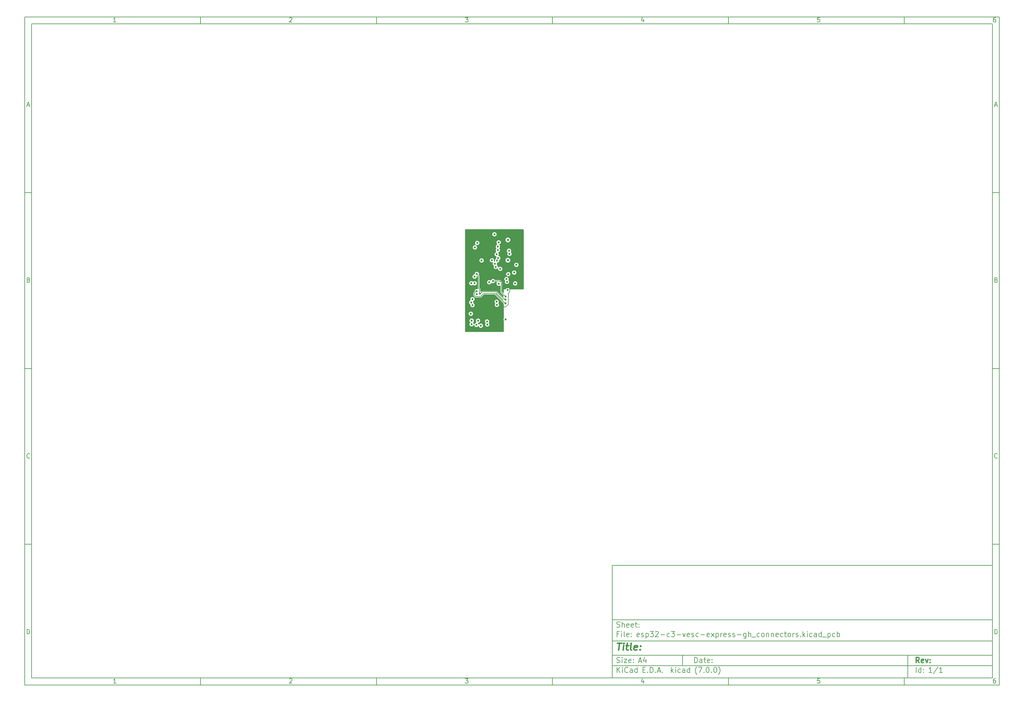
<source format=gbr>
%TF.GenerationSoftware,KiCad,Pcbnew,(7.0.0)*%
%TF.CreationDate,2023-02-27T05:24:13-06:00*%
%TF.ProjectId,esp32-c3-vesc-express-gh_connectors,65737033-322d-4633-932d-766573632d65,rev?*%
%TF.SameCoordinates,Original*%
%TF.FileFunction,Copper,L2,Inr*%
%TF.FilePolarity,Positive*%
%FSLAX46Y46*%
G04 Gerber Fmt 4.6, Leading zero omitted, Abs format (unit mm)*
G04 Created by KiCad (PCBNEW (7.0.0)) date 2023-02-27 05:24:13*
%MOMM*%
%LPD*%
G01*
G04 APERTURE LIST*
%ADD10C,0.100000*%
%ADD11C,0.150000*%
%ADD12C,0.300000*%
%ADD13C,0.400000*%
%TA.AperFunction,ComponentPad*%
%ADD14C,0.650000*%
%TD*%
%TA.AperFunction,ViaPad*%
%ADD15C,0.600000*%
%TD*%
%TA.AperFunction,Conductor*%
%ADD16C,0.200000*%
%TD*%
G04 APERTURE END LIST*
D10*
D11*
X177002200Y-166007200D02*
X285002200Y-166007200D01*
X285002200Y-198007200D01*
X177002200Y-198007200D01*
X177002200Y-166007200D01*
D10*
D11*
X10000000Y-10000000D02*
X287002200Y-10000000D01*
X287002200Y-200007200D01*
X10000000Y-200007200D01*
X10000000Y-10000000D01*
D10*
D11*
X12000000Y-12000000D02*
X285002200Y-12000000D01*
X285002200Y-198007200D01*
X12000000Y-198007200D01*
X12000000Y-12000000D01*
D10*
D11*
X60000000Y-12000000D02*
X60000000Y-10000000D01*
D10*
D11*
X110000000Y-12000000D02*
X110000000Y-10000000D01*
D10*
D11*
X160000000Y-12000000D02*
X160000000Y-10000000D01*
D10*
D11*
X210000000Y-12000000D02*
X210000000Y-10000000D01*
D10*
D11*
X260000000Y-12000000D02*
X260000000Y-10000000D01*
D10*
D11*
X35990476Y-11477595D02*
X35247619Y-11477595D01*
X35619047Y-11477595D02*
X35619047Y-10177595D01*
X35619047Y-10177595D02*
X35495238Y-10363309D01*
X35495238Y-10363309D02*
X35371428Y-10487119D01*
X35371428Y-10487119D02*
X35247619Y-10549023D01*
D10*
D11*
X85247619Y-10301404D02*
X85309523Y-10239500D01*
X85309523Y-10239500D02*
X85433333Y-10177595D01*
X85433333Y-10177595D02*
X85742857Y-10177595D01*
X85742857Y-10177595D02*
X85866666Y-10239500D01*
X85866666Y-10239500D02*
X85928571Y-10301404D01*
X85928571Y-10301404D02*
X85990476Y-10425214D01*
X85990476Y-10425214D02*
X85990476Y-10549023D01*
X85990476Y-10549023D02*
X85928571Y-10734738D01*
X85928571Y-10734738D02*
X85185714Y-11477595D01*
X85185714Y-11477595D02*
X85990476Y-11477595D01*
D10*
D11*
X135185714Y-10177595D02*
X135990476Y-10177595D01*
X135990476Y-10177595D02*
X135557142Y-10672833D01*
X135557142Y-10672833D02*
X135742857Y-10672833D01*
X135742857Y-10672833D02*
X135866666Y-10734738D01*
X135866666Y-10734738D02*
X135928571Y-10796642D01*
X135928571Y-10796642D02*
X135990476Y-10920452D01*
X135990476Y-10920452D02*
X135990476Y-11229976D01*
X135990476Y-11229976D02*
X135928571Y-11353785D01*
X135928571Y-11353785D02*
X135866666Y-11415690D01*
X135866666Y-11415690D02*
X135742857Y-11477595D01*
X135742857Y-11477595D02*
X135371428Y-11477595D01*
X135371428Y-11477595D02*
X135247619Y-11415690D01*
X135247619Y-11415690D02*
X135185714Y-11353785D01*
D10*
D11*
X185866666Y-10610928D02*
X185866666Y-11477595D01*
X185557142Y-10115690D02*
X185247619Y-11044261D01*
X185247619Y-11044261D02*
X186052380Y-11044261D01*
D10*
D11*
X235928571Y-10177595D02*
X235309523Y-10177595D01*
X235309523Y-10177595D02*
X235247619Y-10796642D01*
X235247619Y-10796642D02*
X235309523Y-10734738D01*
X235309523Y-10734738D02*
X235433333Y-10672833D01*
X235433333Y-10672833D02*
X235742857Y-10672833D01*
X235742857Y-10672833D02*
X235866666Y-10734738D01*
X235866666Y-10734738D02*
X235928571Y-10796642D01*
X235928571Y-10796642D02*
X235990476Y-10920452D01*
X235990476Y-10920452D02*
X235990476Y-11229976D01*
X235990476Y-11229976D02*
X235928571Y-11353785D01*
X235928571Y-11353785D02*
X235866666Y-11415690D01*
X235866666Y-11415690D02*
X235742857Y-11477595D01*
X235742857Y-11477595D02*
X235433333Y-11477595D01*
X235433333Y-11477595D02*
X235309523Y-11415690D01*
X235309523Y-11415690D02*
X235247619Y-11353785D01*
D10*
D11*
X285866666Y-10177595D02*
X285619047Y-10177595D01*
X285619047Y-10177595D02*
X285495238Y-10239500D01*
X285495238Y-10239500D02*
X285433333Y-10301404D01*
X285433333Y-10301404D02*
X285309523Y-10487119D01*
X285309523Y-10487119D02*
X285247619Y-10734738D01*
X285247619Y-10734738D02*
X285247619Y-11229976D01*
X285247619Y-11229976D02*
X285309523Y-11353785D01*
X285309523Y-11353785D02*
X285371428Y-11415690D01*
X285371428Y-11415690D02*
X285495238Y-11477595D01*
X285495238Y-11477595D02*
X285742857Y-11477595D01*
X285742857Y-11477595D02*
X285866666Y-11415690D01*
X285866666Y-11415690D02*
X285928571Y-11353785D01*
X285928571Y-11353785D02*
X285990476Y-11229976D01*
X285990476Y-11229976D02*
X285990476Y-10920452D01*
X285990476Y-10920452D02*
X285928571Y-10796642D01*
X285928571Y-10796642D02*
X285866666Y-10734738D01*
X285866666Y-10734738D02*
X285742857Y-10672833D01*
X285742857Y-10672833D02*
X285495238Y-10672833D01*
X285495238Y-10672833D02*
X285371428Y-10734738D01*
X285371428Y-10734738D02*
X285309523Y-10796642D01*
X285309523Y-10796642D02*
X285247619Y-10920452D01*
D10*
D11*
X60000000Y-198007200D02*
X60000000Y-200007200D01*
D10*
D11*
X110000000Y-198007200D02*
X110000000Y-200007200D01*
D10*
D11*
X160000000Y-198007200D02*
X160000000Y-200007200D01*
D10*
D11*
X210000000Y-198007200D02*
X210000000Y-200007200D01*
D10*
D11*
X260000000Y-198007200D02*
X260000000Y-200007200D01*
D10*
D11*
X35990476Y-199484795D02*
X35247619Y-199484795D01*
X35619047Y-199484795D02*
X35619047Y-198184795D01*
X35619047Y-198184795D02*
X35495238Y-198370509D01*
X35495238Y-198370509D02*
X35371428Y-198494319D01*
X35371428Y-198494319D02*
X35247619Y-198556223D01*
D10*
D11*
X85247619Y-198308604D02*
X85309523Y-198246700D01*
X85309523Y-198246700D02*
X85433333Y-198184795D01*
X85433333Y-198184795D02*
X85742857Y-198184795D01*
X85742857Y-198184795D02*
X85866666Y-198246700D01*
X85866666Y-198246700D02*
X85928571Y-198308604D01*
X85928571Y-198308604D02*
X85990476Y-198432414D01*
X85990476Y-198432414D02*
X85990476Y-198556223D01*
X85990476Y-198556223D02*
X85928571Y-198741938D01*
X85928571Y-198741938D02*
X85185714Y-199484795D01*
X85185714Y-199484795D02*
X85990476Y-199484795D01*
D10*
D11*
X135185714Y-198184795D02*
X135990476Y-198184795D01*
X135990476Y-198184795D02*
X135557142Y-198680033D01*
X135557142Y-198680033D02*
X135742857Y-198680033D01*
X135742857Y-198680033D02*
X135866666Y-198741938D01*
X135866666Y-198741938D02*
X135928571Y-198803842D01*
X135928571Y-198803842D02*
X135990476Y-198927652D01*
X135990476Y-198927652D02*
X135990476Y-199237176D01*
X135990476Y-199237176D02*
X135928571Y-199360985D01*
X135928571Y-199360985D02*
X135866666Y-199422890D01*
X135866666Y-199422890D02*
X135742857Y-199484795D01*
X135742857Y-199484795D02*
X135371428Y-199484795D01*
X135371428Y-199484795D02*
X135247619Y-199422890D01*
X135247619Y-199422890D02*
X135185714Y-199360985D01*
D10*
D11*
X185866666Y-198618128D02*
X185866666Y-199484795D01*
X185557142Y-198122890D02*
X185247619Y-199051461D01*
X185247619Y-199051461D02*
X186052380Y-199051461D01*
D10*
D11*
X235928571Y-198184795D02*
X235309523Y-198184795D01*
X235309523Y-198184795D02*
X235247619Y-198803842D01*
X235247619Y-198803842D02*
X235309523Y-198741938D01*
X235309523Y-198741938D02*
X235433333Y-198680033D01*
X235433333Y-198680033D02*
X235742857Y-198680033D01*
X235742857Y-198680033D02*
X235866666Y-198741938D01*
X235866666Y-198741938D02*
X235928571Y-198803842D01*
X235928571Y-198803842D02*
X235990476Y-198927652D01*
X235990476Y-198927652D02*
X235990476Y-199237176D01*
X235990476Y-199237176D02*
X235928571Y-199360985D01*
X235928571Y-199360985D02*
X235866666Y-199422890D01*
X235866666Y-199422890D02*
X235742857Y-199484795D01*
X235742857Y-199484795D02*
X235433333Y-199484795D01*
X235433333Y-199484795D02*
X235309523Y-199422890D01*
X235309523Y-199422890D02*
X235247619Y-199360985D01*
D10*
D11*
X285866666Y-198184795D02*
X285619047Y-198184795D01*
X285619047Y-198184795D02*
X285495238Y-198246700D01*
X285495238Y-198246700D02*
X285433333Y-198308604D01*
X285433333Y-198308604D02*
X285309523Y-198494319D01*
X285309523Y-198494319D02*
X285247619Y-198741938D01*
X285247619Y-198741938D02*
X285247619Y-199237176D01*
X285247619Y-199237176D02*
X285309523Y-199360985D01*
X285309523Y-199360985D02*
X285371428Y-199422890D01*
X285371428Y-199422890D02*
X285495238Y-199484795D01*
X285495238Y-199484795D02*
X285742857Y-199484795D01*
X285742857Y-199484795D02*
X285866666Y-199422890D01*
X285866666Y-199422890D02*
X285928571Y-199360985D01*
X285928571Y-199360985D02*
X285990476Y-199237176D01*
X285990476Y-199237176D02*
X285990476Y-198927652D01*
X285990476Y-198927652D02*
X285928571Y-198803842D01*
X285928571Y-198803842D02*
X285866666Y-198741938D01*
X285866666Y-198741938D02*
X285742857Y-198680033D01*
X285742857Y-198680033D02*
X285495238Y-198680033D01*
X285495238Y-198680033D02*
X285371428Y-198741938D01*
X285371428Y-198741938D02*
X285309523Y-198803842D01*
X285309523Y-198803842D02*
X285247619Y-198927652D01*
D10*
D11*
X10000000Y-60000000D02*
X12000000Y-60000000D01*
D10*
D11*
X10000000Y-110000000D02*
X12000000Y-110000000D01*
D10*
D11*
X10000000Y-160000000D02*
X12000000Y-160000000D01*
D10*
D11*
X10690476Y-35106166D02*
X11309523Y-35106166D01*
X10566666Y-35477595D02*
X10999999Y-34177595D01*
X10999999Y-34177595D02*
X11433333Y-35477595D01*
D10*
D11*
X11092857Y-84796642D02*
X11278571Y-84858547D01*
X11278571Y-84858547D02*
X11340476Y-84920452D01*
X11340476Y-84920452D02*
X11402380Y-85044261D01*
X11402380Y-85044261D02*
X11402380Y-85229976D01*
X11402380Y-85229976D02*
X11340476Y-85353785D01*
X11340476Y-85353785D02*
X11278571Y-85415690D01*
X11278571Y-85415690D02*
X11154761Y-85477595D01*
X11154761Y-85477595D02*
X10659523Y-85477595D01*
X10659523Y-85477595D02*
X10659523Y-84177595D01*
X10659523Y-84177595D02*
X11092857Y-84177595D01*
X11092857Y-84177595D02*
X11216666Y-84239500D01*
X11216666Y-84239500D02*
X11278571Y-84301404D01*
X11278571Y-84301404D02*
X11340476Y-84425214D01*
X11340476Y-84425214D02*
X11340476Y-84549023D01*
X11340476Y-84549023D02*
X11278571Y-84672833D01*
X11278571Y-84672833D02*
X11216666Y-84734738D01*
X11216666Y-84734738D02*
X11092857Y-84796642D01*
X11092857Y-84796642D02*
X10659523Y-84796642D01*
D10*
D11*
X11402380Y-135353785D02*
X11340476Y-135415690D01*
X11340476Y-135415690D02*
X11154761Y-135477595D01*
X11154761Y-135477595D02*
X11030952Y-135477595D01*
X11030952Y-135477595D02*
X10845238Y-135415690D01*
X10845238Y-135415690D02*
X10721428Y-135291880D01*
X10721428Y-135291880D02*
X10659523Y-135168071D01*
X10659523Y-135168071D02*
X10597619Y-134920452D01*
X10597619Y-134920452D02*
X10597619Y-134734738D01*
X10597619Y-134734738D02*
X10659523Y-134487119D01*
X10659523Y-134487119D02*
X10721428Y-134363309D01*
X10721428Y-134363309D02*
X10845238Y-134239500D01*
X10845238Y-134239500D02*
X11030952Y-134177595D01*
X11030952Y-134177595D02*
X11154761Y-134177595D01*
X11154761Y-134177595D02*
X11340476Y-134239500D01*
X11340476Y-134239500D02*
X11402380Y-134301404D01*
D10*
D11*
X10659523Y-185477595D02*
X10659523Y-184177595D01*
X10659523Y-184177595D02*
X10969047Y-184177595D01*
X10969047Y-184177595D02*
X11154761Y-184239500D01*
X11154761Y-184239500D02*
X11278571Y-184363309D01*
X11278571Y-184363309D02*
X11340476Y-184487119D01*
X11340476Y-184487119D02*
X11402380Y-184734738D01*
X11402380Y-184734738D02*
X11402380Y-184920452D01*
X11402380Y-184920452D02*
X11340476Y-185168071D01*
X11340476Y-185168071D02*
X11278571Y-185291880D01*
X11278571Y-185291880D02*
X11154761Y-185415690D01*
X11154761Y-185415690D02*
X10969047Y-185477595D01*
X10969047Y-185477595D02*
X10659523Y-185477595D01*
D10*
D11*
X287002200Y-60000000D02*
X285002200Y-60000000D01*
D10*
D11*
X287002200Y-110000000D02*
X285002200Y-110000000D01*
D10*
D11*
X287002200Y-160000000D02*
X285002200Y-160000000D01*
D10*
D11*
X285692676Y-35106166D02*
X286311723Y-35106166D01*
X285568866Y-35477595D02*
X286002199Y-34177595D01*
X286002199Y-34177595D02*
X286435533Y-35477595D01*
D10*
D11*
X286095057Y-84796642D02*
X286280771Y-84858547D01*
X286280771Y-84858547D02*
X286342676Y-84920452D01*
X286342676Y-84920452D02*
X286404580Y-85044261D01*
X286404580Y-85044261D02*
X286404580Y-85229976D01*
X286404580Y-85229976D02*
X286342676Y-85353785D01*
X286342676Y-85353785D02*
X286280771Y-85415690D01*
X286280771Y-85415690D02*
X286156961Y-85477595D01*
X286156961Y-85477595D02*
X285661723Y-85477595D01*
X285661723Y-85477595D02*
X285661723Y-84177595D01*
X285661723Y-84177595D02*
X286095057Y-84177595D01*
X286095057Y-84177595D02*
X286218866Y-84239500D01*
X286218866Y-84239500D02*
X286280771Y-84301404D01*
X286280771Y-84301404D02*
X286342676Y-84425214D01*
X286342676Y-84425214D02*
X286342676Y-84549023D01*
X286342676Y-84549023D02*
X286280771Y-84672833D01*
X286280771Y-84672833D02*
X286218866Y-84734738D01*
X286218866Y-84734738D02*
X286095057Y-84796642D01*
X286095057Y-84796642D02*
X285661723Y-84796642D01*
D10*
D11*
X286404580Y-135353785D02*
X286342676Y-135415690D01*
X286342676Y-135415690D02*
X286156961Y-135477595D01*
X286156961Y-135477595D02*
X286033152Y-135477595D01*
X286033152Y-135477595D02*
X285847438Y-135415690D01*
X285847438Y-135415690D02*
X285723628Y-135291880D01*
X285723628Y-135291880D02*
X285661723Y-135168071D01*
X285661723Y-135168071D02*
X285599819Y-134920452D01*
X285599819Y-134920452D02*
X285599819Y-134734738D01*
X285599819Y-134734738D02*
X285661723Y-134487119D01*
X285661723Y-134487119D02*
X285723628Y-134363309D01*
X285723628Y-134363309D02*
X285847438Y-134239500D01*
X285847438Y-134239500D02*
X286033152Y-134177595D01*
X286033152Y-134177595D02*
X286156961Y-134177595D01*
X286156961Y-134177595D02*
X286342676Y-134239500D01*
X286342676Y-134239500D02*
X286404580Y-134301404D01*
D10*
D11*
X285661723Y-185477595D02*
X285661723Y-184177595D01*
X285661723Y-184177595D02*
X285971247Y-184177595D01*
X285971247Y-184177595D02*
X286156961Y-184239500D01*
X286156961Y-184239500D02*
X286280771Y-184363309D01*
X286280771Y-184363309D02*
X286342676Y-184487119D01*
X286342676Y-184487119D02*
X286404580Y-184734738D01*
X286404580Y-184734738D02*
X286404580Y-184920452D01*
X286404580Y-184920452D02*
X286342676Y-185168071D01*
X286342676Y-185168071D02*
X286280771Y-185291880D01*
X286280771Y-185291880D02*
X286156961Y-185415690D01*
X286156961Y-185415690D02*
X285971247Y-185477595D01*
X285971247Y-185477595D02*
X285661723Y-185477595D01*
D10*
D11*
X200359342Y-193658271D02*
X200359342Y-192158271D01*
X200359342Y-192158271D02*
X200716485Y-192158271D01*
X200716485Y-192158271D02*
X200930771Y-192229700D01*
X200930771Y-192229700D02*
X201073628Y-192372557D01*
X201073628Y-192372557D02*
X201145057Y-192515414D01*
X201145057Y-192515414D02*
X201216485Y-192801128D01*
X201216485Y-192801128D02*
X201216485Y-193015414D01*
X201216485Y-193015414D02*
X201145057Y-193301128D01*
X201145057Y-193301128D02*
X201073628Y-193443985D01*
X201073628Y-193443985D02*
X200930771Y-193586842D01*
X200930771Y-193586842D02*
X200716485Y-193658271D01*
X200716485Y-193658271D02*
X200359342Y-193658271D01*
X202502200Y-193658271D02*
X202502200Y-192872557D01*
X202502200Y-192872557D02*
X202430771Y-192729700D01*
X202430771Y-192729700D02*
X202287914Y-192658271D01*
X202287914Y-192658271D02*
X202002200Y-192658271D01*
X202002200Y-192658271D02*
X201859342Y-192729700D01*
X202502200Y-193586842D02*
X202359342Y-193658271D01*
X202359342Y-193658271D02*
X202002200Y-193658271D01*
X202002200Y-193658271D02*
X201859342Y-193586842D01*
X201859342Y-193586842D02*
X201787914Y-193443985D01*
X201787914Y-193443985D02*
X201787914Y-193301128D01*
X201787914Y-193301128D02*
X201859342Y-193158271D01*
X201859342Y-193158271D02*
X202002200Y-193086842D01*
X202002200Y-193086842D02*
X202359342Y-193086842D01*
X202359342Y-193086842D02*
X202502200Y-193015414D01*
X203002200Y-192658271D02*
X203573628Y-192658271D01*
X203216485Y-192158271D02*
X203216485Y-193443985D01*
X203216485Y-193443985D02*
X203287914Y-193586842D01*
X203287914Y-193586842D02*
X203430771Y-193658271D01*
X203430771Y-193658271D02*
X203573628Y-193658271D01*
X204645057Y-193586842D02*
X204502200Y-193658271D01*
X204502200Y-193658271D02*
X204216486Y-193658271D01*
X204216486Y-193658271D02*
X204073628Y-193586842D01*
X204073628Y-193586842D02*
X204002200Y-193443985D01*
X204002200Y-193443985D02*
X204002200Y-192872557D01*
X204002200Y-192872557D02*
X204073628Y-192729700D01*
X204073628Y-192729700D02*
X204216486Y-192658271D01*
X204216486Y-192658271D02*
X204502200Y-192658271D01*
X204502200Y-192658271D02*
X204645057Y-192729700D01*
X204645057Y-192729700D02*
X204716486Y-192872557D01*
X204716486Y-192872557D02*
X204716486Y-193015414D01*
X204716486Y-193015414D02*
X204002200Y-193158271D01*
X205359342Y-193515414D02*
X205430771Y-193586842D01*
X205430771Y-193586842D02*
X205359342Y-193658271D01*
X205359342Y-193658271D02*
X205287914Y-193586842D01*
X205287914Y-193586842D02*
X205359342Y-193515414D01*
X205359342Y-193515414D02*
X205359342Y-193658271D01*
X205359342Y-192729700D02*
X205430771Y-192801128D01*
X205430771Y-192801128D02*
X205359342Y-192872557D01*
X205359342Y-192872557D02*
X205287914Y-192801128D01*
X205287914Y-192801128D02*
X205359342Y-192729700D01*
X205359342Y-192729700D02*
X205359342Y-192872557D01*
D10*
D11*
X177002200Y-194507200D02*
X285002200Y-194507200D01*
D10*
D11*
X178359342Y-196458271D02*
X178359342Y-194958271D01*
X179216485Y-196458271D02*
X178573628Y-195601128D01*
X179216485Y-194958271D02*
X178359342Y-195815414D01*
X179859342Y-196458271D02*
X179859342Y-195458271D01*
X179859342Y-194958271D02*
X179787914Y-195029700D01*
X179787914Y-195029700D02*
X179859342Y-195101128D01*
X179859342Y-195101128D02*
X179930771Y-195029700D01*
X179930771Y-195029700D02*
X179859342Y-194958271D01*
X179859342Y-194958271D02*
X179859342Y-195101128D01*
X181430771Y-196315414D02*
X181359343Y-196386842D01*
X181359343Y-196386842D02*
X181145057Y-196458271D01*
X181145057Y-196458271D02*
X181002200Y-196458271D01*
X181002200Y-196458271D02*
X180787914Y-196386842D01*
X180787914Y-196386842D02*
X180645057Y-196243985D01*
X180645057Y-196243985D02*
X180573628Y-196101128D01*
X180573628Y-196101128D02*
X180502200Y-195815414D01*
X180502200Y-195815414D02*
X180502200Y-195601128D01*
X180502200Y-195601128D02*
X180573628Y-195315414D01*
X180573628Y-195315414D02*
X180645057Y-195172557D01*
X180645057Y-195172557D02*
X180787914Y-195029700D01*
X180787914Y-195029700D02*
X181002200Y-194958271D01*
X181002200Y-194958271D02*
X181145057Y-194958271D01*
X181145057Y-194958271D02*
X181359343Y-195029700D01*
X181359343Y-195029700D02*
X181430771Y-195101128D01*
X182716486Y-196458271D02*
X182716486Y-195672557D01*
X182716486Y-195672557D02*
X182645057Y-195529700D01*
X182645057Y-195529700D02*
X182502200Y-195458271D01*
X182502200Y-195458271D02*
X182216486Y-195458271D01*
X182216486Y-195458271D02*
X182073628Y-195529700D01*
X182716486Y-196386842D02*
X182573628Y-196458271D01*
X182573628Y-196458271D02*
X182216486Y-196458271D01*
X182216486Y-196458271D02*
X182073628Y-196386842D01*
X182073628Y-196386842D02*
X182002200Y-196243985D01*
X182002200Y-196243985D02*
X182002200Y-196101128D01*
X182002200Y-196101128D02*
X182073628Y-195958271D01*
X182073628Y-195958271D02*
X182216486Y-195886842D01*
X182216486Y-195886842D02*
X182573628Y-195886842D01*
X182573628Y-195886842D02*
X182716486Y-195815414D01*
X184073629Y-196458271D02*
X184073629Y-194958271D01*
X184073629Y-196386842D02*
X183930771Y-196458271D01*
X183930771Y-196458271D02*
X183645057Y-196458271D01*
X183645057Y-196458271D02*
X183502200Y-196386842D01*
X183502200Y-196386842D02*
X183430771Y-196315414D01*
X183430771Y-196315414D02*
X183359343Y-196172557D01*
X183359343Y-196172557D02*
X183359343Y-195743985D01*
X183359343Y-195743985D02*
X183430771Y-195601128D01*
X183430771Y-195601128D02*
X183502200Y-195529700D01*
X183502200Y-195529700D02*
X183645057Y-195458271D01*
X183645057Y-195458271D02*
X183930771Y-195458271D01*
X183930771Y-195458271D02*
X184073629Y-195529700D01*
X185687914Y-195672557D02*
X186187914Y-195672557D01*
X186402200Y-196458271D02*
X185687914Y-196458271D01*
X185687914Y-196458271D02*
X185687914Y-194958271D01*
X185687914Y-194958271D02*
X186402200Y-194958271D01*
X187045057Y-196315414D02*
X187116486Y-196386842D01*
X187116486Y-196386842D02*
X187045057Y-196458271D01*
X187045057Y-196458271D02*
X186973629Y-196386842D01*
X186973629Y-196386842D02*
X187045057Y-196315414D01*
X187045057Y-196315414D02*
X187045057Y-196458271D01*
X187759343Y-196458271D02*
X187759343Y-194958271D01*
X187759343Y-194958271D02*
X188116486Y-194958271D01*
X188116486Y-194958271D02*
X188330772Y-195029700D01*
X188330772Y-195029700D02*
X188473629Y-195172557D01*
X188473629Y-195172557D02*
X188545058Y-195315414D01*
X188545058Y-195315414D02*
X188616486Y-195601128D01*
X188616486Y-195601128D02*
X188616486Y-195815414D01*
X188616486Y-195815414D02*
X188545058Y-196101128D01*
X188545058Y-196101128D02*
X188473629Y-196243985D01*
X188473629Y-196243985D02*
X188330772Y-196386842D01*
X188330772Y-196386842D02*
X188116486Y-196458271D01*
X188116486Y-196458271D02*
X187759343Y-196458271D01*
X189259343Y-196315414D02*
X189330772Y-196386842D01*
X189330772Y-196386842D02*
X189259343Y-196458271D01*
X189259343Y-196458271D02*
X189187915Y-196386842D01*
X189187915Y-196386842D02*
X189259343Y-196315414D01*
X189259343Y-196315414D02*
X189259343Y-196458271D01*
X189902201Y-196029700D02*
X190616487Y-196029700D01*
X189759344Y-196458271D02*
X190259344Y-194958271D01*
X190259344Y-194958271D02*
X190759344Y-196458271D01*
X191259343Y-196315414D02*
X191330772Y-196386842D01*
X191330772Y-196386842D02*
X191259343Y-196458271D01*
X191259343Y-196458271D02*
X191187915Y-196386842D01*
X191187915Y-196386842D02*
X191259343Y-196315414D01*
X191259343Y-196315414D02*
X191259343Y-196458271D01*
X193773629Y-196458271D02*
X193773629Y-194958271D01*
X193916487Y-195886842D02*
X194345058Y-196458271D01*
X194345058Y-195458271D02*
X193773629Y-196029700D01*
X194987915Y-196458271D02*
X194987915Y-195458271D01*
X194987915Y-194958271D02*
X194916487Y-195029700D01*
X194916487Y-195029700D02*
X194987915Y-195101128D01*
X194987915Y-195101128D02*
X195059344Y-195029700D01*
X195059344Y-195029700D02*
X194987915Y-194958271D01*
X194987915Y-194958271D02*
X194987915Y-195101128D01*
X196345059Y-196386842D02*
X196202201Y-196458271D01*
X196202201Y-196458271D02*
X195916487Y-196458271D01*
X195916487Y-196458271D02*
X195773630Y-196386842D01*
X195773630Y-196386842D02*
X195702201Y-196315414D01*
X195702201Y-196315414D02*
X195630773Y-196172557D01*
X195630773Y-196172557D02*
X195630773Y-195743985D01*
X195630773Y-195743985D02*
X195702201Y-195601128D01*
X195702201Y-195601128D02*
X195773630Y-195529700D01*
X195773630Y-195529700D02*
X195916487Y-195458271D01*
X195916487Y-195458271D02*
X196202201Y-195458271D01*
X196202201Y-195458271D02*
X196345059Y-195529700D01*
X197630773Y-196458271D02*
X197630773Y-195672557D01*
X197630773Y-195672557D02*
X197559344Y-195529700D01*
X197559344Y-195529700D02*
X197416487Y-195458271D01*
X197416487Y-195458271D02*
X197130773Y-195458271D01*
X197130773Y-195458271D02*
X196987915Y-195529700D01*
X197630773Y-196386842D02*
X197487915Y-196458271D01*
X197487915Y-196458271D02*
X197130773Y-196458271D01*
X197130773Y-196458271D02*
X196987915Y-196386842D01*
X196987915Y-196386842D02*
X196916487Y-196243985D01*
X196916487Y-196243985D02*
X196916487Y-196101128D01*
X196916487Y-196101128D02*
X196987915Y-195958271D01*
X196987915Y-195958271D02*
X197130773Y-195886842D01*
X197130773Y-195886842D02*
X197487915Y-195886842D01*
X197487915Y-195886842D02*
X197630773Y-195815414D01*
X198987916Y-196458271D02*
X198987916Y-194958271D01*
X198987916Y-196386842D02*
X198845058Y-196458271D01*
X198845058Y-196458271D02*
X198559344Y-196458271D01*
X198559344Y-196458271D02*
X198416487Y-196386842D01*
X198416487Y-196386842D02*
X198345058Y-196315414D01*
X198345058Y-196315414D02*
X198273630Y-196172557D01*
X198273630Y-196172557D02*
X198273630Y-195743985D01*
X198273630Y-195743985D02*
X198345058Y-195601128D01*
X198345058Y-195601128D02*
X198416487Y-195529700D01*
X198416487Y-195529700D02*
X198559344Y-195458271D01*
X198559344Y-195458271D02*
X198845058Y-195458271D01*
X198845058Y-195458271D02*
X198987916Y-195529700D01*
X201030773Y-197029700D02*
X200959344Y-196958271D01*
X200959344Y-196958271D02*
X200816487Y-196743985D01*
X200816487Y-196743985D02*
X200745059Y-196601128D01*
X200745059Y-196601128D02*
X200673630Y-196386842D01*
X200673630Y-196386842D02*
X200602201Y-196029700D01*
X200602201Y-196029700D02*
X200602201Y-195743985D01*
X200602201Y-195743985D02*
X200673630Y-195386842D01*
X200673630Y-195386842D02*
X200745059Y-195172557D01*
X200745059Y-195172557D02*
X200816487Y-195029700D01*
X200816487Y-195029700D02*
X200959344Y-194815414D01*
X200959344Y-194815414D02*
X201030773Y-194743985D01*
X201459344Y-194958271D02*
X202459344Y-194958271D01*
X202459344Y-194958271D02*
X201816487Y-196458271D01*
X203030772Y-196315414D02*
X203102201Y-196386842D01*
X203102201Y-196386842D02*
X203030772Y-196458271D01*
X203030772Y-196458271D02*
X202959344Y-196386842D01*
X202959344Y-196386842D02*
X203030772Y-196315414D01*
X203030772Y-196315414D02*
X203030772Y-196458271D01*
X204030773Y-194958271D02*
X204173630Y-194958271D01*
X204173630Y-194958271D02*
X204316487Y-195029700D01*
X204316487Y-195029700D02*
X204387916Y-195101128D01*
X204387916Y-195101128D02*
X204459344Y-195243985D01*
X204459344Y-195243985D02*
X204530773Y-195529700D01*
X204530773Y-195529700D02*
X204530773Y-195886842D01*
X204530773Y-195886842D02*
X204459344Y-196172557D01*
X204459344Y-196172557D02*
X204387916Y-196315414D01*
X204387916Y-196315414D02*
X204316487Y-196386842D01*
X204316487Y-196386842D02*
X204173630Y-196458271D01*
X204173630Y-196458271D02*
X204030773Y-196458271D01*
X204030773Y-196458271D02*
X203887916Y-196386842D01*
X203887916Y-196386842D02*
X203816487Y-196315414D01*
X203816487Y-196315414D02*
X203745058Y-196172557D01*
X203745058Y-196172557D02*
X203673630Y-195886842D01*
X203673630Y-195886842D02*
X203673630Y-195529700D01*
X203673630Y-195529700D02*
X203745058Y-195243985D01*
X203745058Y-195243985D02*
X203816487Y-195101128D01*
X203816487Y-195101128D02*
X203887916Y-195029700D01*
X203887916Y-195029700D02*
X204030773Y-194958271D01*
X205173629Y-196315414D02*
X205245058Y-196386842D01*
X205245058Y-196386842D02*
X205173629Y-196458271D01*
X205173629Y-196458271D02*
X205102201Y-196386842D01*
X205102201Y-196386842D02*
X205173629Y-196315414D01*
X205173629Y-196315414D02*
X205173629Y-196458271D01*
X206173630Y-194958271D02*
X206316487Y-194958271D01*
X206316487Y-194958271D02*
X206459344Y-195029700D01*
X206459344Y-195029700D02*
X206530773Y-195101128D01*
X206530773Y-195101128D02*
X206602201Y-195243985D01*
X206602201Y-195243985D02*
X206673630Y-195529700D01*
X206673630Y-195529700D02*
X206673630Y-195886842D01*
X206673630Y-195886842D02*
X206602201Y-196172557D01*
X206602201Y-196172557D02*
X206530773Y-196315414D01*
X206530773Y-196315414D02*
X206459344Y-196386842D01*
X206459344Y-196386842D02*
X206316487Y-196458271D01*
X206316487Y-196458271D02*
X206173630Y-196458271D01*
X206173630Y-196458271D02*
X206030773Y-196386842D01*
X206030773Y-196386842D02*
X205959344Y-196315414D01*
X205959344Y-196315414D02*
X205887915Y-196172557D01*
X205887915Y-196172557D02*
X205816487Y-195886842D01*
X205816487Y-195886842D02*
X205816487Y-195529700D01*
X205816487Y-195529700D02*
X205887915Y-195243985D01*
X205887915Y-195243985D02*
X205959344Y-195101128D01*
X205959344Y-195101128D02*
X206030773Y-195029700D01*
X206030773Y-195029700D02*
X206173630Y-194958271D01*
X207173629Y-197029700D02*
X207245058Y-196958271D01*
X207245058Y-196958271D02*
X207387915Y-196743985D01*
X207387915Y-196743985D02*
X207459344Y-196601128D01*
X207459344Y-196601128D02*
X207530772Y-196386842D01*
X207530772Y-196386842D02*
X207602201Y-196029700D01*
X207602201Y-196029700D02*
X207602201Y-195743985D01*
X207602201Y-195743985D02*
X207530772Y-195386842D01*
X207530772Y-195386842D02*
X207459344Y-195172557D01*
X207459344Y-195172557D02*
X207387915Y-195029700D01*
X207387915Y-195029700D02*
X207245058Y-194815414D01*
X207245058Y-194815414D02*
X207173629Y-194743985D01*
D10*
D11*
X177002200Y-191507200D02*
X285002200Y-191507200D01*
D10*
D12*
X264216485Y-193658271D02*
X263716485Y-192943985D01*
X263359342Y-193658271D02*
X263359342Y-192158271D01*
X263359342Y-192158271D02*
X263930771Y-192158271D01*
X263930771Y-192158271D02*
X264073628Y-192229700D01*
X264073628Y-192229700D02*
X264145057Y-192301128D01*
X264145057Y-192301128D02*
X264216485Y-192443985D01*
X264216485Y-192443985D02*
X264216485Y-192658271D01*
X264216485Y-192658271D02*
X264145057Y-192801128D01*
X264145057Y-192801128D02*
X264073628Y-192872557D01*
X264073628Y-192872557D02*
X263930771Y-192943985D01*
X263930771Y-192943985D02*
X263359342Y-192943985D01*
X265430771Y-193586842D02*
X265287914Y-193658271D01*
X265287914Y-193658271D02*
X265002200Y-193658271D01*
X265002200Y-193658271D02*
X264859342Y-193586842D01*
X264859342Y-193586842D02*
X264787914Y-193443985D01*
X264787914Y-193443985D02*
X264787914Y-192872557D01*
X264787914Y-192872557D02*
X264859342Y-192729700D01*
X264859342Y-192729700D02*
X265002200Y-192658271D01*
X265002200Y-192658271D02*
X265287914Y-192658271D01*
X265287914Y-192658271D02*
X265430771Y-192729700D01*
X265430771Y-192729700D02*
X265502200Y-192872557D01*
X265502200Y-192872557D02*
X265502200Y-193015414D01*
X265502200Y-193015414D02*
X264787914Y-193158271D01*
X266002199Y-192658271D02*
X266359342Y-193658271D01*
X266359342Y-193658271D02*
X266716485Y-192658271D01*
X267287913Y-193515414D02*
X267359342Y-193586842D01*
X267359342Y-193586842D02*
X267287913Y-193658271D01*
X267287913Y-193658271D02*
X267216485Y-193586842D01*
X267216485Y-193586842D02*
X267287913Y-193515414D01*
X267287913Y-193515414D02*
X267287913Y-193658271D01*
X267287913Y-192729700D02*
X267359342Y-192801128D01*
X267359342Y-192801128D02*
X267287913Y-192872557D01*
X267287913Y-192872557D02*
X267216485Y-192801128D01*
X267216485Y-192801128D02*
X267287913Y-192729700D01*
X267287913Y-192729700D02*
X267287913Y-192872557D01*
D10*
D11*
X178287914Y-193586842D02*
X178502200Y-193658271D01*
X178502200Y-193658271D02*
X178859342Y-193658271D01*
X178859342Y-193658271D02*
X179002200Y-193586842D01*
X179002200Y-193586842D02*
X179073628Y-193515414D01*
X179073628Y-193515414D02*
X179145057Y-193372557D01*
X179145057Y-193372557D02*
X179145057Y-193229700D01*
X179145057Y-193229700D02*
X179073628Y-193086842D01*
X179073628Y-193086842D02*
X179002200Y-193015414D01*
X179002200Y-193015414D02*
X178859342Y-192943985D01*
X178859342Y-192943985D02*
X178573628Y-192872557D01*
X178573628Y-192872557D02*
X178430771Y-192801128D01*
X178430771Y-192801128D02*
X178359342Y-192729700D01*
X178359342Y-192729700D02*
X178287914Y-192586842D01*
X178287914Y-192586842D02*
X178287914Y-192443985D01*
X178287914Y-192443985D02*
X178359342Y-192301128D01*
X178359342Y-192301128D02*
X178430771Y-192229700D01*
X178430771Y-192229700D02*
X178573628Y-192158271D01*
X178573628Y-192158271D02*
X178930771Y-192158271D01*
X178930771Y-192158271D02*
X179145057Y-192229700D01*
X179787913Y-193658271D02*
X179787913Y-192658271D01*
X179787913Y-192158271D02*
X179716485Y-192229700D01*
X179716485Y-192229700D02*
X179787913Y-192301128D01*
X179787913Y-192301128D02*
X179859342Y-192229700D01*
X179859342Y-192229700D02*
X179787913Y-192158271D01*
X179787913Y-192158271D02*
X179787913Y-192301128D01*
X180359342Y-192658271D02*
X181145057Y-192658271D01*
X181145057Y-192658271D02*
X180359342Y-193658271D01*
X180359342Y-193658271D02*
X181145057Y-193658271D01*
X182287914Y-193586842D02*
X182145057Y-193658271D01*
X182145057Y-193658271D02*
X181859343Y-193658271D01*
X181859343Y-193658271D02*
X181716485Y-193586842D01*
X181716485Y-193586842D02*
X181645057Y-193443985D01*
X181645057Y-193443985D02*
X181645057Y-192872557D01*
X181645057Y-192872557D02*
X181716485Y-192729700D01*
X181716485Y-192729700D02*
X181859343Y-192658271D01*
X181859343Y-192658271D02*
X182145057Y-192658271D01*
X182145057Y-192658271D02*
X182287914Y-192729700D01*
X182287914Y-192729700D02*
X182359343Y-192872557D01*
X182359343Y-192872557D02*
X182359343Y-193015414D01*
X182359343Y-193015414D02*
X181645057Y-193158271D01*
X183002199Y-193515414D02*
X183073628Y-193586842D01*
X183073628Y-193586842D02*
X183002199Y-193658271D01*
X183002199Y-193658271D02*
X182930771Y-193586842D01*
X182930771Y-193586842D02*
X183002199Y-193515414D01*
X183002199Y-193515414D02*
X183002199Y-193658271D01*
X183002199Y-192729700D02*
X183073628Y-192801128D01*
X183073628Y-192801128D02*
X183002199Y-192872557D01*
X183002199Y-192872557D02*
X182930771Y-192801128D01*
X182930771Y-192801128D02*
X183002199Y-192729700D01*
X183002199Y-192729700D02*
X183002199Y-192872557D01*
X184545057Y-193229700D02*
X185259343Y-193229700D01*
X184402200Y-193658271D02*
X184902200Y-192158271D01*
X184902200Y-192158271D02*
X185402200Y-193658271D01*
X186545057Y-192658271D02*
X186545057Y-193658271D01*
X186187914Y-192086842D02*
X185830771Y-193158271D01*
X185830771Y-193158271D02*
X186759342Y-193158271D01*
D10*
D11*
X263359342Y-196458271D02*
X263359342Y-194958271D01*
X264716486Y-196458271D02*
X264716486Y-194958271D01*
X264716486Y-196386842D02*
X264573628Y-196458271D01*
X264573628Y-196458271D02*
X264287914Y-196458271D01*
X264287914Y-196458271D02*
X264145057Y-196386842D01*
X264145057Y-196386842D02*
X264073628Y-196315414D01*
X264073628Y-196315414D02*
X264002200Y-196172557D01*
X264002200Y-196172557D02*
X264002200Y-195743985D01*
X264002200Y-195743985D02*
X264073628Y-195601128D01*
X264073628Y-195601128D02*
X264145057Y-195529700D01*
X264145057Y-195529700D02*
X264287914Y-195458271D01*
X264287914Y-195458271D02*
X264573628Y-195458271D01*
X264573628Y-195458271D02*
X264716486Y-195529700D01*
X265430771Y-196315414D02*
X265502200Y-196386842D01*
X265502200Y-196386842D02*
X265430771Y-196458271D01*
X265430771Y-196458271D02*
X265359343Y-196386842D01*
X265359343Y-196386842D02*
X265430771Y-196315414D01*
X265430771Y-196315414D02*
X265430771Y-196458271D01*
X265430771Y-195529700D02*
X265502200Y-195601128D01*
X265502200Y-195601128D02*
X265430771Y-195672557D01*
X265430771Y-195672557D02*
X265359343Y-195601128D01*
X265359343Y-195601128D02*
X265430771Y-195529700D01*
X265430771Y-195529700D02*
X265430771Y-195672557D01*
X267830772Y-196458271D02*
X266973629Y-196458271D01*
X267402200Y-196458271D02*
X267402200Y-194958271D01*
X267402200Y-194958271D02*
X267259343Y-195172557D01*
X267259343Y-195172557D02*
X267116486Y-195315414D01*
X267116486Y-195315414D02*
X266973629Y-195386842D01*
X269545057Y-194886842D02*
X268259343Y-196815414D01*
X270830772Y-196458271D02*
X269973629Y-196458271D01*
X270402200Y-196458271D02*
X270402200Y-194958271D01*
X270402200Y-194958271D02*
X270259343Y-195172557D01*
X270259343Y-195172557D02*
X270116486Y-195315414D01*
X270116486Y-195315414D02*
X269973629Y-195386842D01*
D10*
D11*
X177002200Y-187507200D02*
X285002200Y-187507200D01*
D10*
D13*
X178454580Y-188041961D02*
X179597438Y-188041961D01*
X178776009Y-190041961D02*
X179026009Y-188041961D01*
X180014105Y-190041961D02*
X180180771Y-188708628D01*
X180264105Y-188041961D02*
X180156962Y-188137200D01*
X180156962Y-188137200D02*
X180240295Y-188232438D01*
X180240295Y-188232438D02*
X180347438Y-188137200D01*
X180347438Y-188137200D02*
X180264105Y-188041961D01*
X180264105Y-188041961D02*
X180240295Y-188232438D01*
X180847438Y-188708628D02*
X181609343Y-188708628D01*
X181216486Y-188041961D02*
X181002200Y-189756247D01*
X181002200Y-189756247D02*
X181073629Y-189946723D01*
X181073629Y-189946723D02*
X181252200Y-190041961D01*
X181252200Y-190041961D02*
X181442676Y-190041961D01*
X182395057Y-190041961D02*
X182216486Y-189946723D01*
X182216486Y-189946723D02*
X182145057Y-189756247D01*
X182145057Y-189756247D02*
X182359343Y-188041961D01*
X183930771Y-189946723D02*
X183728390Y-190041961D01*
X183728390Y-190041961D02*
X183347438Y-190041961D01*
X183347438Y-190041961D02*
X183168867Y-189946723D01*
X183168867Y-189946723D02*
X183097438Y-189756247D01*
X183097438Y-189756247D02*
X183192676Y-188994342D01*
X183192676Y-188994342D02*
X183311724Y-188803866D01*
X183311724Y-188803866D02*
X183514105Y-188708628D01*
X183514105Y-188708628D02*
X183895057Y-188708628D01*
X183895057Y-188708628D02*
X184073628Y-188803866D01*
X184073628Y-188803866D02*
X184145057Y-188994342D01*
X184145057Y-188994342D02*
X184121247Y-189184819D01*
X184121247Y-189184819D02*
X183145057Y-189375295D01*
X184895057Y-189851485D02*
X184978391Y-189946723D01*
X184978391Y-189946723D02*
X184871248Y-190041961D01*
X184871248Y-190041961D02*
X184787914Y-189946723D01*
X184787914Y-189946723D02*
X184895057Y-189851485D01*
X184895057Y-189851485D02*
X184871248Y-190041961D01*
X185026010Y-188803866D02*
X185109343Y-188899104D01*
X185109343Y-188899104D02*
X185002200Y-188994342D01*
X185002200Y-188994342D02*
X184918867Y-188899104D01*
X184918867Y-188899104D02*
X185026010Y-188803866D01*
X185026010Y-188803866D02*
X185002200Y-188994342D01*
D10*
D11*
X178859342Y-185472557D02*
X178359342Y-185472557D01*
X178359342Y-186258271D02*
X178359342Y-184758271D01*
X178359342Y-184758271D02*
X179073628Y-184758271D01*
X179645056Y-186258271D02*
X179645056Y-185258271D01*
X179645056Y-184758271D02*
X179573628Y-184829700D01*
X179573628Y-184829700D02*
X179645056Y-184901128D01*
X179645056Y-184901128D02*
X179716485Y-184829700D01*
X179716485Y-184829700D02*
X179645056Y-184758271D01*
X179645056Y-184758271D02*
X179645056Y-184901128D01*
X180573628Y-186258271D02*
X180430771Y-186186842D01*
X180430771Y-186186842D02*
X180359342Y-186043985D01*
X180359342Y-186043985D02*
X180359342Y-184758271D01*
X181716485Y-186186842D02*
X181573628Y-186258271D01*
X181573628Y-186258271D02*
X181287914Y-186258271D01*
X181287914Y-186258271D02*
X181145056Y-186186842D01*
X181145056Y-186186842D02*
X181073628Y-186043985D01*
X181073628Y-186043985D02*
X181073628Y-185472557D01*
X181073628Y-185472557D02*
X181145056Y-185329700D01*
X181145056Y-185329700D02*
X181287914Y-185258271D01*
X181287914Y-185258271D02*
X181573628Y-185258271D01*
X181573628Y-185258271D02*
X181716485Y-185329700D01*
X181716485Y-185329700D02*
X181787914Y-185472557D01*
X181787914Y-185472557D02*
X181787914Y-185615414D01*
X181787914Y-185615414D02*
X181073628Y-185758271D01*
X182430770Y-186115414D02*
X182502199Y-186186842D01*
X182502199Y-186186842D02*
X182430770Y-186258271D01*
X182430770Y-186258271D02*
X182359342Y-186186842D01*
X182359342Y-186186842D02*
X182430770Y-186115414D01*
X182430770Y-186115414D02*
X182430770Y-186258271D01*
X182430770Y-185329700D02*
X182502199Y-185401128D01*
X182502199Y-185401128D02*
X182430770Y-185472557D01*
X182430770Y-185472557D02*
X182359342Y-185401128D01*
X182359342Y-185401128D02*
X182430770Y-185329700D01*
X182430770Y-185329700D02*
X182430770Y-185472557D01*
X184616485Y-186186842D02*
X184473628Y-186258271D01*
X184473628Y-186258271D02*
X184187914Y-186258271D01*
X184187914Y-186258271D02*
X184045056Y-186186842D01*
X184045056Y-186186842D02*
X183973628Y-186043985D01*
X183973628Y-186043985D02*
X183973628Y-185472557D01*
X183973628Y-185472557D02*
X184045056Y-185329700D01*
X184045056Y-185329700D02*
X184187914Y-185258271D01*
X184187914Y-185258271D02*
X184473628Y-185258271D01*
X184473628Y-185258271D02*
X184616485Y-185329700D01*
X184616485Y-185329700D02*
X184687914Y-185472557D01*
X184687914Y-185472557D02*
X184687914Y-185615414D01*
X184687914Y-185615414D02*
X183973628Y-185758271D01*
X185259342Y-186186842D02*
X185402199Y-186258271D01*
X185402199Y-186258271D02*
X185687913Y-186258271D01*
X185687913Y-186258271D02*
X185830770Y-186186842D01*
X185830770Y-186186842D02*
X185902199Y-186043985D01*
X185902199Y-186043985D02*
X185902199Y-185972557D01*
X185902199Y-185972557D02*
X185830770Y-185829700D01*
X185830770Y-185829700D02*
X185687913Y-185758271D01*
X185687913Y-185758271D02*
X185473628Y-185758271D01*
X185473628Y-185758271D02*
X185330770Y-185686842D01*
X185330770Y-185686842D02*
X185259342Y-185543985D01*
X185259342Y-185543985D02*
X185259342Y-185472557D01*
X185259342Y-185472557D02*
X185330770Y-185329700D01*
X185330770Y-185329700D02*
X185473628Y-185258271D01*
X185473628Y-185258271D02*
X185687913Y-185258271D01*
X185687913Y-185258271D02*
X185830770Y-185329700D01*
X186545056Y-185258271D02*
X186545056Y-186758271D01*
X186545056Y-185329700D02*
X186687914Y-185258271D01*
X186687914Y-185258271D02*
X186973628Y-185258271D01*
X186973628Y-185258271D02*
X187116485Y-185329700D01*
X187116485Y-185329700D02*
X187187914Y-185401128D01*
X187187914Y-185401128D02*
X187259342Y-185543985D01*
X187259342Y-185543985D02*
X187259342Y-185972557D01*
X187259342Y-185972557D02*
X187187914Y-186115414D01*
X187187914Y-186115414D02*
X187116485Y-186186842D01*
X187116485Y-186186842D02*
X186973628Y-186258271D01*
X186973628Y-186258271D02*
X186687914Y-186258271D01*
X186687914Y-186258271D02*
X186545056Y-186186842D01*
X187759342Y-184758271D02*
X188687914Y-184758271D01*
X188687914Y-184758271D02*
X188187914Y-185329700D01*
X188187914Y-185329700D02*
X188402199Y-185329700D01*
X188402199Y-185329700D02*
X188545057Y-185401128D01*
X188545057Y-185401128D02*
X188616485Y-185472557D01*
X188616485Y-185472557D02*
X188687914Y-185615414D01*
X188687914Y-185615414D02*
X188687914Y-185972557D01*
X188687914Y-185972557D02*
X188616485Y-186115414D01*
X188616485Y-186115414D02*
X188545057Y-186186842D01*
X188545057Y-186186842D02*
X188402199Y-186258271D01*
X188402199Y-186258271D02*
X187973628Y-186258271D01*
X187973628Y-186258271D02*
X187830771Y-186186842D01*
X187830771Y-186186842D02*
X187759342Y-186115414D01*
X189259342Y-184901128D02*
X189330770Y-184829700D01*
X189330770Y-184829700D02*
X189473628Y-184758271D01*
X189473628Y-184758271D02*
X189830770Y-184758271D01*
X189830770Y-184758271D02*
X189973628Y-184829700D01*
X189973628Y-184829700D02*
X190045056Y-184901128D01*
X190045056Y-184901128D02*
X190116485Y-185043985D01*
X190116485Y-185043985D02*
X190116485Y-185186842D01*
X190116485Y-185186842D02*
X190045056Y-185401128D01*
X190045056Y-185401128D02*
X189187913Y-186258271D01*
X189187913Y-186258271D02*
X190116485Y-186258271D01*
X190759341Y-185686842D02*
X191902199Y-185686842D01*
X193259342Y-186186842D02*
X193116484Y-186258271D01*
X193116484Y-186258271D02*
X192830770Y-186258271D01*
X192830770Y-186258271D02*
X192687913Y-186186842D01*
X192687913Y-186186842D02*
X192616484Y-186115414D01*
X192616484Y-186115414D02*
X192545056Y-185972557D01*
X192545056Y-185972557D02*
X192545056Y-185543985D01*
X192545056Y-185543985D02*
X192616484Y-185401128D01*
X192616484Y-185401128D02*
X192687913Y-185329700D01*
X192687913Y-185329700D02*
X192830770Y-185258271D01*
X192830770Y-185258271D02*
X193116484Y-185258271D01*
X193116484Y-185258271D02*
X193259342Y-185329700D01*
X193759341Y-184758271D02*
X194687913Y-184758271D01*
X194687913Y-184758271D02*
X194187913Y-185329700D01*
X194187913Y-185329700D02*
X194402198Y-185329700D01*
X194402198Y-185329700D02*
X194545056Y-185401128D01*
X194545056Y-185401128D02*
X194616484Y-185472557D01*
X194616484Y-185472557D02*
X194687913Y-185615414D01*
X194687913Y-185615414D02*
X194687913Y-185972557D01*
X194687913Y-185972557D02*
X194616484Y-186115414D01*
X194616484Y-186115414D02*
X194545056Y-186186842D01*
X194545056Y-186186842D02*
X194402198Y-186258271D01*
X194402198Y-186258271D02*
X193973627Y-186258271D01*
X193973627Y-186258271D02*
X193830770Y-186186842D01*
X193830770Y-186186842D02*
X193759341Y-186115414D01*
X195330769Y-185686842D02*
X196473627Y-185686842D01*
X197045055Y-185258271D02*
X197402198Y-186258271D01*
X197402198Y-186258271D02*
X197759341Y-185258271D01*
X198902198Y-186186842D02*
X198759341Y-186258271D01*
X198759341Y-186258271D02*
X198473627Y-186258271D01*
X198473627Y-186258271D02*
X198330769Y-186186842D01*
X198330769Y-186186842D02*
X198259341Y-186043985D01*
X198259341Y-186043985D02*
X198259341Y-185472557D01*
X198259341Y-185472557D02*
X198330769Y-185329700D01*
X198330769Y-185329700D02*
X198473627Y-185258271D01*
X198473627Y-185258271D02*
X198759341Y-185258271D01*
X198759341Y-185258271D02*
X198902198Y-185329700D01*
X198902198Y-185329700D02*
X198973627Y-185472557D01*
X198973627Y-185472557D02*
X198973627Y-185615414D01*
X198973627Y-185615414D02*
X198259341Y-185758271D01*
X199545055Y-186186842D02*
X199687912Y-186258271D01*
X199687912Y-186258271D02*
X199973626Y-186258271D01*
X199973626Y-186258271D02*
X200116483Y-186186842D01*
X200116483Y-186186842D02*
X200187912Y-186043985D01*
X200187912Y-186043985D02*
X200187912Y-185972557D01*
X200187912Y-185972557D02*
X200116483Y-185829700D01*
X200116483Y-185829700D02*
X199973626Y-185758271D01*
X199973626Y-185758271D02*
X199759341Y-185758271D01*
X199759341Y-185758271D02*
X199616483Y-185686842D01*
X199616483Y-185686842D02*
X199545055Y-185543985D01*
X199545055Y-185543985D02*
X199545055Y-185472557D01*
X199545055Y-185472557D02*
X199616483Y-185329700D01*
X199616483Y-185329700D02*
X199759341Y-185258271D01*
X199759341Y-185258271D02*
X199973626Y-185258271D01*
X199973626Y-185258271D02*
X200116483Y-185329700D01*
X201473627Y-186186842D02*
X201330769Y-186258271D01*
X201330769Y-186258271D02*
X201045055Y-186258271D01*
X201045055Y-186258271D02*
X200902198Y-186186842D01*
X200902198Y-186186842D02*
X200830769Y-186115414D01*
X200830769Y-186115414D02*
X200759341Y-185972557D01*
X200759341Y-185972557D02*
X200759341Y-185543985D01*
X200759341Y-185543985D02*
X200830769Y-185401128D01*
X200830769Y-185401128D02*
X200902198Y-185329700D01*
X200902198Y-185329700D02*
X201045055Y-185258271D01*
X201045055Y-185258271D02*
X201330769Y-185258271D01*
X201330769Y-185258271D02*
X201473627Y-185329700D01*
X202116483Y-185686842D02*
X203259341Y-185686842D01*
X204545055Y-186186842D02*
X204402198Y-186258271D01*
X204402198Y-186258271D02*
X204116484Y-186258271D01*
X204116484Y-186258271D02*
X203973626Y-186186842D01*
X203973626Y-186186842D02*
X203902198Y-186043985D01*
X203902198Y-186043985D02*
X203902198Y-185472557D01*
X203902198Y-185472557D02*
X203973626Y-185329700D01*
X203973626Y-185329700D02*
X204116484Y-185258271D01*
X204116484Y-185258271D02*
X204402198Y-185258271D01*
X204402198Y-185258271D02*
X204545055Y-185329700D01*
X204545055Y-185329700D02*
X204616484Y-185472557D01*
X204616484Y-185472557D02*
X204616484Y-185615414D01*
X204616484Y-185615414D02*
X203902198Y-185758271D01*
X205116483Y-186258271D02*
X205902198Y-185258271D01*
X205116483Y-185258271D02*
X205902198Y-186258271D01*
X206473626Y-185258271D02*
X206473626Y-186758271D01*
X206473626Y-185329700D02*
X206616484Y-185258271D01*
X206616484Y-185258271D02*
X206902198Y-185258271D01*
X206902198Y-185258271D02*
X207045055Y-185329700D01*
X207045055Y-185329700D02*
X207116484Y-185401128D01*
X207116484Y-185401128D02*
X207187912Y-185543985D01*
X207187912Y-185543985D02*
X207187912Y-185972557D01*
X207187912Y-185972557D02*
X207116484Y-186115414D01*
X207116484Y-186115414D02*
X207045055Y-186186842D01*
X207045055Y-186186842D02*
X206902198Y-186258271D01*
X206902198Y-186258271D02*
X206616484Y-186258271D01*
X206616484Y-186258271D02*
X206473626Y-186186842D01*
X207830769Y-186258271D02*
X207830769Y-185258271D01*
X207830769Y-185543985D02*
X207902198Y-185401128D01*
X207902198Y-185401128D02*
X207973627Y-185329700D01*
X207973627Y-185329700D02*
X208116484Y-185258271D01*
X208116484Y-185258271D02*
X208259341Y-185258271D01*
X209330769Y-186186842D02*
X209187912Y-186258271D01*
X209187912Y-186258271D02*
X208902198Y-186258271D01*
X208902198Y-186258271D02*
X208759340Y-186186842D01*
X208759340Y-186186842D02*
X208687912Y-186043985D01*
X208687912Y-186043985D02*
X208687912Y-185472557D01*
X208687912Y-185472557D02*
X208759340Y-185329700D01*
X208759340Y-185329700D02*
X208902198Y-185258271D01*
X208902198Y-185258271D02*
X209187912Y-185258271D01*
X209187912Y-185258271D02*
X209330769Y-185329700D01*
X209330769Y-185329700D02*
X209402198Y-185472557D01*
X209402198Y-185472557D02*
X209402198Y-185615414D01*
X209402198Y-185615414D02*
X208687912Y-185758271D01*
X209973626Y-186186842D02*
X210116483Y-186258271D01*
X210116483Y-186258271D02*
X210402197Y-186258271D01*
X210402197Y-186258271D02*
X210545054Y-186186842D01*
X210545054Y-186186842D02*
X210616483Y-186043985D01*
X210616483Y-186043985D02*
X210616483Y-185972557D01*
X210616483Y-185972557D02*
X210545054Y-185829700D01*
X210545054Y-185829700D02*
X210402197Y-185758271D01*
X210402197Y-185758271D02*
X210187912Y-185758271D01*
X210187912Y-185758271D02*
X210045054Y-185686842D01*
X210045054Y-185686842D02*
X209973626Y-185543985D01*
X209973626Y-185543985D02*
X209973626Y-185472557D01*
X209973626Y-185472557D02*
X210045054Y-185329700D01*
X210045054Y-185329700D02*
X210187912Y-185258271D01*
X210187912Y-185258271D02*
X210402197Y-185258271D01*
X210402197Y-185258271D02*
X210545054Y-185329700D01*
X211187912Y-186186842D02*
X211330769Y-186258271D01*
X211330769Y-186258271D02*
X211616483Y-186258271D01*
X211616483Y-186258271D02*
X211759340Y-186186842D01*
X211759340Y-186186842D02*
X211830769Y-186043985D01*
X211830769Y-186043985D02*
X211830769Y-185972557D01*
X211830769Y-185972557D02*
X211759340Y-185829700D01*
X211759340Y-185829700D02*
X211616483Y-185758271D01*
X211616483Y-185758271D02*
X211402198Y-185758271D01*
X211402198Y-185758271D02*
X211259340Y-185686842D01*
X211259340Y-185686842D02*
X211187912Y-185543985D01*
X211187912Y-185543985D02*
X211187912Y-185472557D01*
X211187912Y-185472557D02*
X211259340Y-185329700D01*
X211259340Y-185329700D02*
X211402198Y-185258271D01*
X211402198Y-185258271D02*
X211616483Y-185258271D01*
X211616483Y-185258271D02*
X211759340Y-185329700D01*
X212473626Y-185686842D02*
X213616484Y-185686842D01*
X214973627Y-185258271D02*
X214973627Y-186472557D01*
X214973627Y-186472557D02*
X214902198Y-186615414D01*
X214902198Y-186615414D02*
X214830769Y-186686842D01*
X214830769Y-186686842D02*
X214687912Y-186758271D01*
X214687912Y-186758271D02*
X214473627Y-186758271D01*
X214473627Y-186758271D02*
X214330769Y-186686842D01*
X214973627Y-186186842D02*
X214830769Y-186258271D01*
X214830769Y-186258271D02*
X214545055Y-186258271D01*
X214545055Y-186258271D02*
X214402198Y-186186842D01*
X214402198Y-186186842D02*
X214330769Y-186115414D01*
X214330769Y-186115414D02*
X214259341Y-185972557D01*
X214259341Y-185972557D02*
X214259341Y-185543985D01*
X214259341Y-185543985D02*
X214330769Y-185401128D01*
X214330769Y-185401128D02*
X214402198Y-185329700D01*
X214402198Y-185329700D02*
X214545055Y-185258271D01*
X214545055Y-185258271D02*
X214830769Y-185258271D01*
X214830769Y-185258271D02*
X214973627Y-185329700D01*
X215687912Y-186258271D02*
X215687912Y-184758271D01*
X216330770Y-186258271D02*
X216330770Y-185472557D01*
X216330770Y-185472557D02*
X216259341Y-185329700D01*
X216259341Y-185329700D02*
X216116484Y-185258271D01*
X216116484Y-185258271D02*
X215902198Y-185258271D01*
X215902198Y-185258271D02*
X215759341Y-185329700D01*
X215759341Y-185329700D02*
X215687912Y-185401128D01*
X216687913Y-186401128D02*
X217830770Y-186401128D01*
X218830770Y-186186842D02*
X218687912Y-186258271D01*
X218687912Y-186258271D02*
X218402198Y-186258271D01*
X218402198Y-186258271D02*
X218259341Y-186186842D01*
X218259341Y-186186842D02*
X218187912Y-186115414D01*
X218187912Y-186115414D02*
X218116484Y-185972557D01*
X218116484Y-185972557D02*
X218116484Y-185543985D01*
X218116484Y-185543985D02*
X218187912Y-185401128D01*
X218187912Y-185401128D02*
X218259341Y-185329700D01*
X218259341Y-185329700D02*
X218402198Y-185258271D01*
X218402198Y-185258271D02*
X218687912Y-185258271D01*
X218687912Y-185258271D02*
X218830770Y-185329700D01*
X219687912Y-186258271D02*
X219545055Y-186186842D01*
X219545055Y-186186842D02*
X219473626Y-186115414D01*
X219473626Y-186115414D02*
X219402198Y-185972557D01*
X219402198Y-185972557D02*
X219402198Y-185543985D01*
X219402198Y-185543985D02*
X219473626Y-185401128D01*
X219473626Y-185401128D02*
X219545055Y-185329700D01*
X219545055Y-185329700D02*
X219687912Y-185258271D01*
X219687912Y-185258271D02*
X219902198Y-185258271D01*
X219902198Y-185258271D02*
X220045055Y-185329700D01*
X220045055Y-185329700D02*
X220116484Y-185401128D01*
X220116484Y-185401128D02*
X220187912Y-185543985D01*
X220187912Y-185543985D02*
X220187912Y-185972557D01*
X220187912Y-185972557D02*
X220116484Y-186115414D01*
X220116484Y-186115414D02*
X220045055Y-186186842D01*
X220045055Y-186186842D02*
X219902198Y-186258271D01*
X219902198Y-186258271D02*
X219687912Y-186258271D01*
X220830769Y-185258271D02*
X220830769Y-186258271D01*
X220830769Y-185401128D02*
X220902198Y-185329700D01*
X220902198Y-185329700D02*
X221045055Y-185258271D01*
X221045055Y-185258271D02*
X221259341Y-185258271D01*
X221259341Y-185258271D02*
X221402198Y-185329700D01*
X221402198Y-185329700D02*
X221473627Y-185472557D01*
X221473627Y-185472557D02*
X221473627Y-186258271D01*
X222187912Y-185258271D02*
X222187912Y-186258271D01*
X222187912Y-185401128D02*
X222259341Y-185329700D01*
X222259341Y-185329700D02*
X222402198Y-185258271D01*
X222402198Y-185258271D02*
X222616484Y-185258271D01*
X222616484Y-185258271D02*
X222759341Y-185329700D01*
X222759341Y-185329700D02*
X222830770Y-185472557D01*
X222830770Y-185472557D02*
X222830770Y-186258271D01*
X224116484Y-186186842D02*
X223973627Y-186258271D01*
X223973627Y-186258271D02*
X223687913Y-186258271D01*
X223687913Y-186258271D02*
X223545055Y-186186842D01*
X223545055Y-186186842D02*
X223473627Y-186043985D01*
X223473627Y-186043985D02*
X223473627Y-185472557D01*
X223473627Y-185472557D02*
X223545055Y-185329700D01*
X223545055Y-185329700D02*
X223687913Y-185258271D01*
X223687913Y-185258271D02*
X223973627Y-185258271D01*
X223973627Y-185258271D02*
X224116484Y-185329700D01*
X224116484Y-185329700D02*
X224187913Y-185472557D01*
X224187913Y-185472557D02*
X224187913Y-185615414D01*
X224187913Y-185615414D02*
X223473627Y-185758271D01*
X225473627Y-186186842D02*
X225330769Y-186258271D01*
X225330769Y-186258271D02*
X225045055Y-186258271D01*
X225045055Y-186258271D02*
X224902198Y-186186842D01*
X224902198Y-186186842D02*
X224830769Y-186115414D01*
X224830769Y-186115414D02*
X224759341Y-185972557D01*
X224759341Y-185972557D02*
X224759341Y-185543985D01*
X224759341Y-185543985D02*
X224830769Y-185401128D01*
X224830769Y-185401128D02*
X224902198Y-185329700D01*
X224902198Y-185329700D02*
X225045055Y-185258271D01*
X225045055Y-185258271D02*
X225330769Y-185258271D01*
X225330769Y-185258271D02*
X225473627Y-185329700D01*
X225902198Y-185258271D02*
X226473626Y-185258271D01*
X226116483Y-184758271D02*
X226116483Y-186043985D01*
X226116483Y-186043985D02*
X226187912Y-186186842D01*
X226187912Y-186186842D02*
X226330769Y-186258271D01*
X226330769Y-186258271D02*
X226473626Y-186258271D01*
X227187912Y-186258271D02*
X227045055Y-186186842D01*
X227045055Y-186186842D02*
X226973626Y-186115414D01*
X226973626Y-186115414D02*
X226902198Y-185972557D01*
X226902198Y-185972557D02*
X226902198Y-185543985D01*
X226902198Y-185543985D02*
X226973626Y-185401128D01*
X226973626Y-185401128D02*
X227045055Y-185329700D01*
X227045055Y-185329700D02*
X227187912Y-185258271D01*
X227187912Y-185258271D02*
X227402198Y-185258271D01*
X227402198Y-185258271D02*
X227545055Y-185329700D01*
X227545055Y-185329700D02*
X227616484Y-185401128D01*
X227616484Y-185401128D02*
X227687912Y-185543985D01*
X227687912Y-185543985D02*
X227687912Y-185972557D01*
X227687912Y-185972557D02*
X227616484Y-186115414D01*
X227616484Y-186115414D02*
X227545055Y-186186842D01*
X227545055Y-186186842D02*
X227402198Y-186258271D01*
X227402198Y-186258271D02*
X227187912Y-186258271D01*
X228330769Y-186258271D02*
X228330769Y-185258271D01*
X228330769Y-185543985D02*
X228402198Y-185401128D01*
X228402198Y-185401128D02*
X228473627Y-185329700D01*
X228473627Y-185329700D02*
X228616484Y-185258271D01*
X228616484Y-185258271D02*
X228759341Y-185258271D01*
X229187912Y-186186842D02*
X229330769Y-186258271D01*
X229330769Y-186258271D02*
X229616483Y-186258271D01*
X229616483Y-186258271D02*
X229759340Y-186186842D01*
X229759340Y-186186842D02*
X229830769Y-186043985D01*
X229830769Y-186043985D02*
X229830769Y-185972557D01*
X229830769Y-185972557D02*
X229759340Y-185829700D01*
X229759340Y-185829700D02*
X229616483Y-185758271D01*
X229616483Y-185758271D02*
X229402198Y-185758271D01*
X229402198Y-185758271D02*
X229259340Y-185686842D01*
X229259340Y-185686842D02*
X229187912Y-185543985D01*
X229187912Y-185543985D02*
X229187912Y-185472557D01*
X229187912Y-185472557D02*
X229259340Y-185329700D01*
X229259340Y-185329700D02*
X229402198Y-185258271D01*
X229402198Y-185258271D02*
X229616483Y-185258271D01*
X229616483Y-185258271D02*
X229759340Y-185329700D01*
X230473626Y-186115414D02*
X230545055Y-186186842D01*
X230545055Y-186186842D02*
X230473626Y-186258271D01*
X230473626Y-186258271D02*
X230402198Y-186186842D01*
X230402198Y-186186842D02*
X230473626Y-186115414D01*
X230473626Y-186115414D02*
X230473626Y-186258271D01*
X231187912Y-186258271D02*
X231187912Y-184758271D01*
X231330770Y-185686842D02*
X231759341Y-186258271D01*
X231759341Y-185258271D02*
X231187912Y-185829700D01*
X232402198Y-186258271D02*
X232402198Y-185258271D01*
X232402198Y-184758271D02*
X232330770Y-184829700D01*
X232330770Y-184829700D02*
X232402198Y-184901128D01*
X232402198Y-184901128D02*
X232473627Y-184829700D01*
X232473627Y-184829700D02*
X232402198Y-184758271D01*
X232402198Y-184758271D02*
X232402198Y-184901128D01*
X233759342Y-186186842D02*
X233616484Y-186258271D01*
X233616484Y-186258271D02*
X233330770Y-186258271D01*
X233330770Y-186258271D02*
X233187913Y-186186842D01*
X233187913Y-186186842D02*
X233116484Y-186115414D01*
X233116484Y-186115414D02*
X233045056Y-185972557D01*
X233045056Y-185972557D02*
X233045056Y-185543985D01*
X233045056Y-185543985D02*
X233116484Y-185401128D01*
X233116484Y-185401128D02*
X233187913Y-185329700D01*
X233187913Y-185329700D02*
X233330770Y-185258271D01*
X233330770Y-185258271D02*
X233616484Y-185258271D01*
X233616484Y-185258271D02*
X233759342Y-185329700D01*
X235045056Y-186258271D02*
X235045056Y-185472557D01*
X235045056Y-185472557D02*
X234973627Y-185329700D01*
X234973627Y-185329700D02*
X234830770Y-185258271D01*
X234830770Y-185258271D02*
X234545056Y-185258271D01*
X234545056Y-185258271D02*
X234402198Y-185329700D01*
X235045056Y-186186842D02*
X234902198Y-186258271D01*
X234902198Y-186258271D02*
X234545056Y-186258271D01*
X234545056Y-186258271D02*
X234402198Y-186186842D01*
X234402198Y-186186842D02*
X234330770Y-186043985D01*
X234330770Y-186043985D02*
X234330770Y-185901128D01*
X234330770Y-185901128D02*
X234402198Y-185758271D01*
X234402198Y-185758271D02*
X234545056Y-185686842D01*
X234545056Y-185686842D02*
X234902198Y-185686842D01*
X234902198Y-185686842D02*
X235045056Y-185615414D01*
X236402199Y-186258271D02*
X236402199Y-184758271D01*
X236402199Y-186186842D02*
X236259341Y-186258271D01*
X236259341Y-186258271D02*
X235973627Y-186258271D01*
X235973627Y-186258271D02*
X235830770Y-186186842D01*
X235830770Y-186186842D02*
X235759341Y-186115414D01*
X235759341Y-186115414D02*
X235687913Y-185972557D01*
X235687913Y-185972557D02*
X235687913Y-185543985D01*
X235687913Y-185543985D02*
X235759341Y-185401128D01*
X235759341Y-185401128D02*
X235830770Y-185329700D01*
X235830770Y-185329700D02*
X235973627Y-185258271D01*
X235973627Y-185258271D02*
X236259341Y-185258271D01*
X236259341Y-185258271D02*
X236402199Y-185329700D01*
X236759342Y-186401128D02*
X237902199Y-186401128D01*
X238259341Y-185258271D02*
X238259341Y-186758271D01*
X238259341Y-185329700D02*
X238402199Y-185258271D01*
X238402199Y-185258271D02*
X238687913Y-185258271D01*
X238687913Y-185258271D02*
X238830770Y-185329700D01*
X238830770Y-185329700D02*
X238902199Y-185401128D01*
X238902199Y-185401128D02*
X238973627Y-185543985D01*
X238973627Y-185543985D02*
X238973627Y-185972557D01*
X238973627Y-185972557D02*
X238902199Y-186115414D01*
X238902199Y-186115414D02*
X238830770Y-186186842D01*
X238830770Y-186186842D02*
X238687913Y-186258271D01*
X238687913Y-186258271D02*
X238402199Y-186258271D01*
X238402199Y-186258271D02*
X238259341Y-186186842D01*
X240259342Y-186186842D02*
X240116484Y-186258271D01*
X240116484Y-186258271D02*
X239830770Y-186258271D01*
X239830770Y-186258271D02*
X239687913Y-186186842D01*
X239687913Y-186186842D02*
X239616484Y-186115414D01*
X239616484Y-186115414D02*
X239545056Y-185972557D01*
X239545056Y-185972557D02*
X239545056Y-185543985D01*
X239545056Y-185543985D02*
X239616484Y-185401128D01*
X239616484Y-185401128D02*
X239687913Y-185329700D01*
X239687913Y-185329700D02*
X239830770Y-185258271D01*
X239830770Y-185258271D02*
X240116484Y-185258271D01*
X240116484Y-185258271D02*
X240259342Y-185329700D01*
X240902198Y-186258271D02*
X240902198Y-184758271D01*
X240902198Y-185329700D02*
X241045056Y-185258271D01*
X241045056Y-185258271D02*
X241330770Y-185258271D01*
X241330770Y-185258271D02*
X241473627Y-185329700D01*
X241473627Y-185329700D02*
X241545056Y-185401128D01*
X241545056Y-185401128D02*
X241616484Y-185543985D01*
X241616484Y-185543985D02*
X241616484Y-185972557D01*
X241616484Y-185972557D02*
X241545056Y-186115414D01*
X241545056Y-186115414D02*
X241473627Y-186186842D01*
X241473627Y-186186842D02*
X241330770Y-186258271D01*
X241330770Y-186258271D02*
X241045056Y-186258271D01*
X241045056Y-186258271D02*
X240902198Y-186186842D01*
D10*
D11*
X177002200Y-181507200D02*
X285002200Y-181507200D01*
D10*
D11*
X178287914Y-183486842D02*
X178502200Y-183558271D01*
X178502200Y-183558271D02*
X178859342Y-183558271D01*
X178859342Y-183558271D02*
X179002200Y-183486842D01*
X179002200Y-183486842D02*
X179073628Y-183415414D01*
X179073628Y-183415414D02*
X179145057Y-183272557D01*
X179145057Y-183272557D02*
X179145057Y-183129700D01*
X179145057Y-183129700D02*
X179073628Y-182986842D01*
X179073628Y-182986842D02*
X179002200Y-182915414D01*
X179002200Y-182915414D02*
X178859342Y-182843985D01*
X178859342Y-182843985D02*
X178573628Y-182772557D01*
X178573628Y-182772557D02*
X178430771Y-182701128D01*
X178430771Y-182701128D02*
X178359342Y-182629700D01*
X178359342Y-182629700D02*
X178287914Y-182486842D01*
X178287914Y-182486842D02*
X178287914Y-182343985D01*
X178287914Y-182343985D02*
X178359342Y-182201128D01*
X178359342Y-182201128D02*
X178430771Y-182129700D01*
X178430771Y-182129700D02*
X178573628Y-182058271D01*
X178573628Y-182058271D02*
X178930771Y-182058271D01*
X178930771Y-182058271D02*
X179145057Y-182129700D01*
X179787913Y-183558271D02*
X179787913Y-182058271D01*
X180430771Y-183558271D02*
X180430771Y-182772557D01*
X180430771Y-182772557D02*
X180359342Y-182629700D01*
X180359342Y-182629700D02*
X180216485Y-182558271D01*
X180216485Y-182558271D02*
X180002199Y-182558271D01*
X180002199Y-182558271D02*
X179859342Y-182629700D01*
X179859342Y-182629700D02*
X179787913Y-182701128D01*
X181716485Y-183486842D02*
X181573628Y-183558271D01*
X181573628Y-183558271D02*
X181287914Y-183558271D01*
X181287914Y-183558271D02*
X181145056Y-183486842D01*
X181145056Y-183486842D02*
X181073628Y-183343985D01*
X181073628Y-183343985D02*
X181073628Y-182772557D01*
X181073628Y-182772557D02*
X181145056Y-182629700D01*
X181145056Y-182629700D02*
X181287914Y-182558271D01*
X181287914Y-182558271D02*
X181573628Y-182558271D01*
X181573628Y-182558271D02*
X181716485Y-182629700D01*
X181716485Y-182629700D02*
X181787914Y-182772557D01*
X181787914Y-182772557D02*
X181787914Y-182915414D01*
X181787914Y-182915414D02*
X181073628Y-183058271D01*
X183002199Y-183486842D02*
X182859342Y-183558271D01*
X182859342Y-183558271D02*
X182573628Y-183558271D01*
X182573628Y-183558271D02*
X182430770Y-183486842D01*
X182430770Y-183486842D02*
X182359342Y-183343985D01*
X182359342Y-183343985D02*
X182359342Y-182772557D01*
X182359342Y-182772557D02*
X182430770Y-182629700D01*
X182430770Y-182629700D02*
X182573628Y-182558271D01*
X182573628Y-182558271D02*
X182859342Y-182558271D01*
X182859342Y-182558271D02*
X183002199Y-182629700D01*
X183002199Y-182629700D02*
X183073628Y-182772557D01*
X183073628Y-182772557D02*
X183073628Y-182915414D01*
X183073628Y-182915414D02*
X182359342Y-183058271D01*
X183502199Y-182558271D02*
X184073627Y-182558271D01*
X183716484Y-182058271D02*
X183716484Y-183343985D01*
X183716484Y-183343985D02*
X183787913Y-183486842D01*
X183787913Y-183486842D02*
X183930770Y-183558271D01*
X183930770Y-183558271D02*
X184073627Y-183558271D01*
X184573627Y-183415414D02*
X184645056Y-183486842D01*
X184645056Y-183486842D02*
X184573627Y-183558271D01*
X184573627Y-183558271D02*
X184502199Y-183486842D01*
X184502199Y-183486842D02*
X184573627Y-183415414D01*
X184573627Y-183415414D02*
X184573627Y-183558271D01*
X184573627Y-182629700D02*
X184645056Y-182701128D01*
X184645056Y-182701128D02*
X184573627Y-182772557D01*
X184573627Y-182772557D02*
X184502199Y-182701128D01*
X184502199Y-182701128D02*
X184573627Y-182629700D01*
X184573627Y-182629700D02*
X184573627Y-182772557D01*
D10*
D12*
D10*
D11*
D10*
D11*
D10*
D11*
D10*
D11*
D10*
D11*
X197002200Y-191507200D02*
X197002200Y-194507200D01*
D10*
D11*
X261002200Y-191507200D02*
X261002200Y-198007200D01*
D14*
%TO.N,*%
%TO.C,J301*%
X147327500Y-79190000D03*
X147327500Y-73410000D03*
%TD*%
D15*
%TO.N,+5V*%
X149750000Y-80500000D03*
X147450000Y-83150000D03*
%TO.N,GND*%
X148050000Y-82400000D03*
%TO.N,+5V*%
X146700000Y-96050000D03*
%TO.N,/SD_MISO*%
X147250000Y-87700000D03*
%TO.N,GND*%
X146668042Y-87029781D03*
%TO.N,+3V3*%
X142015375Y-85465375D03*
X147650000Y-76500000D03*
%TO.N,/CAN_tranciever/CANL*%
X137950000Y-75550000D03*
X137850000Y-83850000D03*
%TO.N,/SD_MOSI*%
X137250000Y-90250000D03*
%TO.N,/GPS_PPS{slash}SDA*%
X138850000Y-96401911D03*
%TO.N,/GPS_BOOT{slash}SCL*%
X146949257Y-84499500D03*
%TO.N,/GPS_PPS{slash}SDA*%
X147064841Y-85336017D03*
%TO.N,+3V3*%
X149400499Y-85796810D03*
%TO.N,GND*%
X141750000Y-94650000D03*
X139599500Y-86000498D03*
%TO.N,+5V*%
X139850000Y-79250000D03*
%TO.N,GND*%
X135650000Y-86000000D03*
X135650000Y-81000000D03*
X135650000Y-77450000D03*
X135700000Y-72050000D03*
X144550000Y-72100000D03*
%TO.N,+5V*%
X143500000Y-71850000D03*
%TO.N,/CAN_RX*%
X144700000Y-85850000D03*
%TO.N,GND*%
X141550000Y-89300500D03*
X143200000Y-86000498D03*
%TO.N,/ESP32_EN*%
X145150000Y-81650000D03*
%TO.N,/SD_SCK*%
X143900000Y-81100000D03*
%TO.N,/SD_MISO*%
X143650000Y-80200000D03*
%TO.N,/SD_MOSI*%
X147800000Y-77400000D03*
%TO.N,/SD_CS*%
X144250000Y-79300000D03*
%TO.N,+3V3*%
X144150000Y-77500000D03*
%TO.N,GND*%
X148250000Y-74700000D03*
%TO.N,USB_VBUS*%
X144700000Y-74100000D03*
X144600498Y-78581423D03*
%TO.N,/CAN_tranciever/CANH*%
X146650000Y-90400000D03*
%TO.N,/CAN_R*%
X143100000Y-85100000D03*
%TO.N,+3V3*%
X142800000Y-79200000D03*
X149100000Y-82700000D03*
%TO.N,/BOOT{slash}GPIO9*%
X146700000Y-91500000D03*
%TO.N,GND*%
X150950000Y-79800000D03*
X150950000Y-72700000D03*
X144800000Y-80000000D03*
X139600000Y-77450000D03*
X142400000Y-78500000D03*
X142500000Y-73100000D03*
%TO.N,/CAN_R*%
X146684075Y-89487411D03*
%TO.N,/CAN_tranciever/CANH*%
X138600000Y-74300000D03*
X138500000Y-83100000D03*
X139407259Y-88699470D03*
%TO.N,/ESC_UART_RX*%
X144200000Y-91900000D03*
%TO.N,/ESC_UART_TX*%
X144150000Y-91000000D03*
%TO.N,/USB_DM*%
X144500000Y-76300000D03*
%TO.N,/USB_DP*%
X144500000Y-75300000D03*
%TO.N,GND*%
X144000000Y-97900000D03*
X143850000Y-93050000D03*
X136400000Y-98300000D03*
%TO.N,/SD_SCK*%
X138500000Y-88850000D03*
%TO.N,/BOOT{slash}GPIO9*%
X138500000Y-88000000D03*
%TO.N,/USB_DP*%
X136950000Y-85750000D03*
%TO.N,/USB_DM*%
X137900000Y-85750000D03*
%TO.N,/CAN_TX*%
X136900000Y-91200000D03*
%TO.N,/CAN_RX*%
X137300000Y-92000000D03*
%TO.N,/SD_CS*%
X136800000Y-94400000D03*
%TO.N,GND*%
X136800000Y-95400000D03*
%TO.N,/GPS_UART_RX*%
X137050000Y-96350000D03*
%TO.N,/GPS_UART_TX*%
X137000000Y-97400000D03*
%TO.N,/ESP32_EN*%
X138400000Y-97600000D03*
%TO.N,/GPS_BOOT{slash}SCL*%
X139650000Y-97800000D03*
%TO.N,/SD_MISO*%
X141400000Y-96600000D03*
%TO.N,+3V3*%
X141475500Y-97500000D03*
%TD*%
D16*
%TO.N,GND*%
X144750000Y-93050000D02*
X143850000Y-93050000D01*
X146700000Y-92500000D02*
X145300000Y-92500000D01*
X147400000Y-91800000D02*
X146700000Y-92500000D01*
X147900000Y-88200000D02*
X147400000Y-88700000D01*
X147400000Y-88700000D02*
X147400000Y-91800000D01*
X147900000Y-87050000D02*
X147900000Y-88200000D01*
X147879781Y-87029781D02*
X147900000Y-87050000D01*
X146668042Y-87029781D02*
X147879781Y-87029781D01*
X145300000Y-92500000D02*
X144750000Y-93050000D01*
%TO.N,/CAN_R*%
X145000000Y-85100000D02*
X143100000Y-85100000D01*
X145450000Y-85550000D02*
X145000000Y-85100000D01*
X145450000Y-88253336D02*
X145450000Y-85550000D01*
X146684075Y-89487411D02*
X145450000Y-88253336D01*
%TO.N,/BOOT{slash}GPIO9*%
X138300000Y-88000000D02*
X138500000Y-88000000D01*
X137800000Y-89250000D02*
X137800000Y-88500000D01*
X140399500Y-88700500D02*
X139550000Y-89550000D01*
X139550000Y-89550000D02*
X138100000Y-89550000D01*
X143700500Y-88700500D02*
X140399500Y-88700500D01*
X138100000Y-89550000D02*
X137800000Y-89250000D01*
X146700000Y-91500000D02*
X146500000Y-91500000D01*
X146500000Y-91500000D02*
X143700500Y-88700500D01*
X137800000Y-88500000D02*
X138300000Y-88000000D01*
%TO.N,/CAN_tranciever/CANH*%
X146400000Y-90400000D02*
X144200000Y-88200000D01*
X146650000Y-90400000D02*
X146400000Y-90400000D01*
X144200000Y-88200000D02*
X140100000Y-88200000D01*
X140100000Y-88200000D02*
X139600530Y-88699470D01*
X139600530Y-88699470D02*
X139407259Y-88699470D01*
X139000000Y-83600000D02*
X138500000Y-83100000D01*
X139000000Y-87150000D02*
X139000000Y-83600000D01*
X139250000Y-88542211D02*
X139250000Y-87400000D01*
X139407259Y-88699470D02*
X139250000Y-88542211D01*
X139250000Y-87400000D02*
X139000000Y-87150000D01*
%TD*%
%TA.AperFunction,Conductor*%
%TO.N,GND*%
G36*
X151736500Y-70417381D02*
G01*
X151782619Y-70463500D01*
X151799500Y-70526500D01*
X151799500Y-87324000D01*
X151782619Y-87387000D01*
X151736500Y-87433119D01*
X151673500Y-87450000D01*
X147876546Y-87450000D01*
X147813549Y-87433121D01*
X147776260Y-87395835D01*
X147774536Y-87397159D01*
X147678282Y-87271718D01*
X147661453Y-87258805D01*
X147559391Y-87180490D01*
X147552841Y-87175464D01*
X147545214Y-87172304D01*
X147545211Y-87172303D01*
X147414391Y-87118116D01*
X147414390Y-87118115D01*
X147406762Y-87114956D01*
X147398579Y-87113878D01*
X147398573Y-87113877D01*
X147258188Y-87095396D01*
X147250000Y-87094318D01*
X147241812Y-87095396D01*
X147101426Y-87113877D01*
X147101418Y-87113879D01*
X147093238Y-87114956D01*
X147085611Y-87118115D01*
X147085608Y-87118116D01*
X146954788Y-87172303D01*
X146954782Y-87172306D01*
X146947159Y-87175464D01*
X146940611Y-87180487D01*
X146940608Y-87180490D01*
X146828263Y-87266695D01*
X146828259Y-87266698D01*
X146821718Y-87271718D01*
X146816698Y-87278259D01*
X146816695Y-87278263D01*
X146725464Y-87397159D01*
X146723739Y-87395835D01*
X146686451Y-87433121D01*
X146623454Y-87450000D01*
X146200000Y-87450000D01*
X146200000Y-87466590D01*
X146200000Y-88377412D01*
X146186267Y-88434615D01*
X146148061Y-88479348D01*
X146093711Y-88501861D01*
X146035064Y-88497245D01*
X145984905Y-88466507D01*
X145714405Y-88196007D01*
X145687091Y-88155130D01*
X145677500Y-88106912D01*
X145677500Y-85559236D01*
X145677673Y-85552643D01*
X145677960Y-85547159D01*
X145679718Y-85513616D01*
X145672358Y-85494444D01*
X145666744Y-85475490D01*
X145662474Y-85455400D01*
X145654689Y-85444686D01*
X145652604Y-85440001D01*
X145649806Y-85435693D01*
X145645060Y-85423327D01*
X145630540Y-85408807D01*
X145617699Y-85393773D01*
X145615321Y-85390500D01*
X145605628Y-85377158D01*
X145594160Y-85370536D01*
X145584318Y-85361675D01*
X145584621Y-85361338D01*
X145577958Y-85356225D01*
X145167403Y-84945669D01*
X145162863Y-84940885D01*
X145159975Y-84937678D01*
X145136708Y-84911837D01*
X145124607Y-84906449D01*
X145124606Y-84906448D01*
X145117945Y-84903482D01*
X145100574Y-84894051D01*
X145100457Y-84893975D01*
X145083350Y-84882866D01*
X145070269Y-84880794D01*
X145065473Y-84878953D01*
X145060455Y-84877886D01*
X145048357Y-84872500D01*
X145035113Y-84872500D01*
X145027818Y-84872500D01*
X145008109Y-84870949D01*
X144987828Y-84867737D01*
X144975039Y-84871163D01*
X144961811Y-84871857D01*
X144961787Y-84871403D01*
X144953463Y-84872500D01*
X143739536Y-84872500D01*
X143676536Y-84855619D01*
X143630417Y-84809500D01*
X143627694Y-84804784D01*
X143624536Y-84797159D01*
X143528282Y-84671718D01*
X143402841Y-84575464D01*
X143395214Y-84572304D01*
X143395211Y-84572303D01*
X143264391Y-84518116D01*
X143264390Y-84518115D01*
X143256762Y-84514956D01*
X143248579Y-84513878D01*
X143248573Y-84513877D01*
X143139363Y-84499500D01*
X146343575Y-84499500D01*
X146344653Y-84507688D01*
X146363134Y-84648073D01*
X146363135Y-84648079D01*
X146364213Y-84656262D01*
X146367372Y-84663890D01*
X146367373Y-84663891D01*
X146421560Y-84794711D01*
X146421561Y-84794714D01*
X146424721Y-84802341D01*
X146429744Y-84808888D01*
X146429747Y-84808892D01*
X146517594Y-84923376D01*
X146542553Y-84983633D01*
X146534040Y-85048297D01*
X146482958Y-85171622D01*
X146482957Y-85171625D01*
X146479797Y-85179255D01*
X146478720Y-85187435D01*
X146478718Y-85187443D01*
X146466889Y-85277300D01*
X146459159Y-85336017D01*
X146460237Y-85344205D01*
X146478718Y-85484590D01*
X146478719Y-85484596D01*
X146479797Y-85492779D01*
X146482956Y-85500407D01*
X146482957Y-85500408D01*
X146537144Y-85631228D01*
X146537145Y-85631231D01*
X146540305Y-85638858D01*
X146636559Y-85764299D01*
X146762000Y-85860553D01*
X146908079Y-85921061D01*
X147064841Y-85941699D01*
X147221603Y-85921061D01*
X147367682Y-85860553D01*
X147450754Y-85796810D01*
X148794817Y-85796810D01*
X148795895Y-85804998D01*
X148814376Y-85945383D01*
X148814377Y-85945389D01*
X148815455Y-85953572D01*
X148818614Y-85961200D01*
X148818615Y-85961201D01*
X148872802Y-86092021D01*
X148872803Y-86092024D01*
X148875963Y-86099651D01*
X148880989Y-86106201D01*
X148936298Y-86178282D01*
X148972217Y-86225092D01*
X149097658Y-86321346D01*
X149243737Y-86381854D01*
X149400499Y-86402492D01*
X149557261Y-86381854D01*
X149703340Y-86321346D01*
X149828781Y-86225092D01*
X149925035Y-86099651D01*
X149985543Y-85953572D01*
X150006181Y-85796810D01*
X149985543Y-85640048D01*
X149925035Y-85493969D01*
X149828781Y-85368528D01*
X149776306Y-85328263D01*
X149709890Y-85277300D01*
X149703340Y-85272274D01*
X149695713Y-85269114D01*
X149695710Y-85269113D01*
X149564890Y-85214926D01*
X149564889Y-85214925D01*
X149557261Y-85211766D01*
X149549078Y-85210688D01*
X149549072Y-85210687D01*
X149408687Y-85192206D01*
X149400499Y-85191128D01*
X149392311Y-85192206D01*
X149251925Y-85210687D01*
X149251917Y-85210689D01*
X149243737Y-85211766D01*
X149236110Y-85214925D01*
X149236107Y-85214926D01*
X149105287Y-85269113D01*
X149105281Y-85269116D01*
X149097658Y-85272274D01*
X149091110Y-85277297D01*
X149091107Y-85277300D01*
X148978762Y-85363505D01*
X148978758Y-85363508D01*
X148972217Y-85368528D01*
X148967197Y-85375069D01*
X148967194Y-85375073D01*
X148880989Y-85487418D01*
X148880986Y-85487421D01*
X148875963Y-85493969D01*
X148872805Y-85501592D01*
X148872802Y-85501598D01*
X148819108Y-85631228D01*
X148815455Y-85640048D01*
X148814378Y-85648228D01*
X148814376Y-85648236D01*
X148799586Y-85760583D01*
X148794817Y-85796810D01*
X147450754Y-85796810D01*
X147493123Y-85764299D01*
X147589377Y-85638858D01*
X147649885Y-85492779D01*
X147670523Y-85336017D01*
X147656630Y-85230490D01*
X147650963Y-85187443D01*
X147650962Y-85187442D01*
X147649885Y-85179255D01*
X147589377Y-85033176D01*
X147496502Y-84912139D01*
X147471544Y-84851882D01*
X147480057Y-84787218D01*
X147534301Y-84656262D01*
X147554939Y-84499500D01*
X147534301Y-84342738D01*
X147473793Y-84196659D01*
X147377539Y-84071218D01*
X147370993Y-84066195D01*
X147258646Y-83979988D01*
X147258643Y-83979986D01*
X147252098Y-83974964D01*
X147246641Y-83972704D01*
X147199699Y-83924516D01*
X147185627Y-83862326D01*
X147140076Y-83900211D01*
X147072380Y-83910027D01*
X146957445Y-83894896D01*
X146949257Y-83893818D01*
X146941069Y-83894896D01*
X146800683Y-83913377D01*
X146800675Y-83913379D01*
X146792495Y-83914456D01*
X146784868Y-83917615D01*
X146784865Y-83917616D01*
X146654045Y-83971803D01*
X146654039Y-83971806D01*
X146646416Y-83974964D01*
X146639868Y-83979987D01*
X146639865Y-83979990D01*
X146527520Y-84066195D01*
X146527516Y-84066198D01*
X146520975Y-84071218D01*
X146515955Y-84077759D01*
X146515952Y-84077763D01*
X146429747Y-84190108D01*
X146429744Y-84190111D01*
X146424721Y-84196659D01*
X146421563Y-84204282D01*
X146421560Y-84204288D01*
X146388831Y-84283304D01*
X146364213Y-84342738D01*
X146363136Y-84350918D01*
X146363134Y-84350926D01*
X146345258Y-84486715D01*
X146343575Y-84499500D01*
X143139363Y-84499500D01*
X143108188Y-84495396D01*
X143100000Y-84494318D01*
X143091812Y-84495396D01*
X142951426Y-84513877D01*
X142951418Y-84513879D01*
X142943238Y-84514956D01*
X142935611Y-84518115D01*
X142935608Y-84518116D01*
X142804788Y-84572303D01*
X142804782Y-84572306D01*
X142797159Y-84575464D01*
X142790611Y-84580487D01*
X142790608Y-84580490D01*
X142678263Y-84666695D01*
X142678259Y-84666698D01*
X142671718Y-84671718D01*
X142666698Y-84678259D01*
X142666695Y-84678263D01*
X142580490Y-84790608D01*
X142580489Y-84790610D01*
X142575464Y-84797159D01*
X142572306Y-84804781D01*
X142572304Y-84804786D01*
X142531099Y-84904265D01*
X142497767Y-84950778D01*
X142447301Y-84977753D01*
X142390109Y-84979625D01*
X142337986Y-84956009D01*
X142324766Y-84945865D01*
X142318216Y-84940839D01*
X142310589Y-84937679D01*
X142310586Y-84937678D01*
X142179766Y-84883491D01*
X142179765Y-84883490D01*
X142172137Y-84880331D01*
X142163954Y-84879253D01*
X142163948Y-84879252D01*
X142023563Y-84860771D01*
X142015375Y-84859693D01*
X142007187Y-84860771D01*
X141866801Y-84879252D01*
X141866793Y-84879254D01*
X141858613Y-84880331D01*
X141850986Y-84883490D01*
X141850983Y-84883491D01*
X141720163Y-84937678D01*
X141720157Y-84937681D01*
X141712534Y-84940839D01*
X141705986Y-84945862D01*
X141705983Y-84945865D01*
X141593638Y-85032070D01*
X141593634Y-85032073D01*
X141587093Y-85037093D01*
X141582073Y-85043634D01*
X141582070Y-85043638D01*
X141495865Y-85155983D01*
X141495862Y-85155986D01*
X141490839Y-85162534D01*
X141487681Y-85170157D01*
X141487678Y-85170163D01*
X141433491Y-85300983D01*
X141430331Y-85308613D01*
X141429254Y-85316793D01*
X141429252Y-85316801D01*
X141412967Y-85440509D01*
X141409693Y-85465375D01*
X141410771Y-85473563D01*
X141429252Y-85613948D01*
X141429253Y-85613954D01*
X141430331Y-85622137D01*
X141433490Y-85629765D01*
X141433491Y-85629766D01*
X141487678Y-85760586D01*
X141487679Y-85760589D01*
X141490839Y-85768216D01*
X141587093Y-85893657D01*
X141712534Y-85989911D01*
X141858613Y-86050419D01*
X142015375Y-86071057D01*
X142172137Y-86050419D01*
X142318216Y-85989911D01*
X142443657Y-85893657D01*
X142539911Y-85768216D01*
X142584275Y-85661109D01*
X142617606Y-85614596D01*
X142668073Y-85587621D01*
X142725266Y-85585749D01*
X142777389Y-85609366D01*
X142797159Y-85624536D01*
X142943238Y-85685044D01*
X143100000Y-85705682D01*
X143256762Y-85685044D01*
X143402841Y-85624536D01*
X143528282Y-85528282D01*
X143624536Y-85402841D01*
X143627694Y-85395214D01*
X143630417Y-85390500D01*
X143676536Y-85344381D01*
X143739536Y-85327500D01*
X144088511Y-85327500D01*
X144155048Y-85346501D01*
X144201517Y-85397772D01*
X144213904Y-85465850D01*
X144188474Y-85530204D01*
X144180490Y-85540608D01*
X144180487Y-85540611D01*
X144175464Y-85547159D01*
X144172306Y-85554782D01*
X144172303Y-85554788D01*
X144133596Y-85648236D01*
X144114956Y-85693238D01*
X144113879Y-85701418D01*
X144113877Y-85701426D01*
X144096001Y-85837215D01*
X144094318Y-85850000D01*
X144095396Y-85858188D01*
X144113877Y-85998573D01*
X144113878Y-85998579D01*
X144114956Y-86006762D01*
X144118115Y-86014390D01*
X144118116Y-86014391D01*
X144172303Y-86145211D01*
X144172304Y-86145214D01*
X144175464Y-86152841D01*
X144271718Y-86278282D01*
X144397159Y-86374536D01*
X144543238Y-86435044D01*
X144700000Y-86455682D01*
X144856762Y-86435044D01*
X145002841Y-86374536D01*
X145019796Y-86361525D01*
X145084150Y-86336096D01*
X145152228Y-86348483D01*
X145203499Y-86394952D01*
X145222500Y-86461489D01*
X145222500Y-88244100D01*
X145222327Y-88250693D01*
X145220974Y-88276494D01*
X145220974Y-88276499D01*
X145220282Y-88289720D01*
X145225025Y-88302078D01*
X145225027Y-88302086D01*
X145227642Y-88308897D01*
X145233256Y-88327848D01*
X145234772Y-88334983D01*
X145234773Y-88334985D01*
X145237526Y-88347936D01*
X145245308Y-88358647D01*
X145247398Y-88363341D01*
X145250194Y-88367647D01*
X145254940Y-88380009D01*
X145264304Y-88389373D01*
X145269457Y-88394526D01*
X145282297Y-88409559D01*
X145286587Y-88415464D01*
X145286589Y-88415465D01*
X145294372Y-88426178D01*
X145305839Y-88432798D01*
X145315682Y-88441661D01*
X145315378Y-88441998D01*
X145322042Y-88447111D01*
X146070988Y-89196057D01*
X146103600Y-89252540D01*
X146103600Y-89317762D01*
X146102190Y-89323020D01*
X146099031Y-89330649D01*
X146097954Y-89338829D01*
X146097952Y-89338837D01*
X146080419Y-89472020D01*
X146052896Y-89535508D01*
X145995998Y-89574887D01*
X145926885Y-89578282D01*
X145866402Y-89544669D01*
X145259324Y-88937591D01*
X144367413Y-88045679D01*
X144362872Y-88040895D01*
X144349885Y-88026472D01*
X144336708Y-88011837D01*
X144324607Y-88006449D01*
X144324606Y-88006448D01*
X144317945Y-88003482D01*
X144300574Y-87994051D01*
X144297126Y-87991812D01*
X144283350Y-87982866D01*
X144270269Y-87980794D01*
X144265473Y-87978953D01*
X144260455Y-87977886D01*
X144248357Y-87972500D01*
X144235113Y-87972500D01*
X144227818Y-87972500D01*
X144208109Y-87970949D01*
X144187828Y-87967737D01*
X144175039Y-87971163D01*
X144161811Y-87971857D01*
X144161787Y-87971403D01*
X144153463Y-87972500D01*
X140109236Y-87972500D01*
X140102643Y-87972327D01*
X140076841Y-87970975D01*
X140063616Y-87970282D01*
X140051254Y-87975026D01*
X140051253Y-87975027D01*
X140048066Y-87976250D01*
X140044437Y-87977643D01*
X140025492Y-87983255D01*
X140018349Y-87984773D01*
X140018347Y-87984773D01*
X140005400Y-87987526D01*
X139994692Y-87995305D01*
X139990000Y-87997394D01*
X139985685Y-88000195D01*
X139973327Y-88004940D01*
X139963967Y-88014299D01*
X139963960Y-88014304D01*
X139958796Y-88019469D01*
X139943775Y-88032298D01*
X139937873Y-88036586D01*
X139937871Y-88036588D01*
X139927158Y-88044372D01*
X139920535Y-88055841D01*
X139911677Y-88065680D01*
X139911340Y-88065376D01*
X139906226Y-88072039D01*
X139835556Y-88142709D01*
X139794679Y-88170023D01*
X139746461Y-88179614D01*
X139698244Y-88170023D01*
X139632302Y-88142709D01*
X139571644Y-88117583D01*
X139571640Y-88117581D01*
X139569842Y-88116837D01*
X139569838Y-88116835D01*
X139564021Y-88114426D01*
X139564231Y-88113916D01*
X139522506Y-88092194D01*
X139489304Y-88048923D01*
X139477500Y-87995675D01*
X139477500Y-87409236D01*
X139477673Y-87402643D01*
X139477960Y-87397159D01*
X139479718Y-87363616D01*
X139472358Y-87344444D01*
X139466744Y-87325490D01*
X139462474Y-87305400D01*
X139454688Y-87294683D01*
X139452600Y-87289993D01*
X139449806Y-87285690D01*
X139445060Y-87273326D01*
X139430539Y-87258805D01*
X139417697Y-87243770D01*
X139413411Y-87237871D01*
X139413412Y-87237871D01*
X139405628Y-87227158D01*
X139394159Y-87220536D01*
X139384317Y-87211674D01*
X139384620Y-87211336D01*
X139377958Y-87206224D01*
X139264405Y-87092671D01*
X139237091Y-87051794D01*
X139227500Y-87003576D01*
X139227500Y-83609248D01*
X139227673Y-83602653D01*
X139228950Y-83578282D01*
X139229719Y-83563616D01*
X139222356Y-83544436D01*
X139216743Y-83525488D01*
X139212474Y-83505400D01*
X139204689Y-83494685D01*
X139202600Y-83489993D01*
X139199807Y-83485692D01*
X139195061Y-83473327D01*
X139180539Y-83458805D01*
X139167697Y-83443770D01*
X139163411Y-83437871D01*
X139163412Y-83437871D01*
X139155628Y-83427158D01*
X139144159Y-83420536D01*
X139134317Y-83411674D01*
X139134620Y-83411336D01*
X139127958Y-83406224D01*
X139113086Y-83391352D01*
X139080474Y-83334866D01*
X139080476Y-83269641D01*
X139081881Y-83264397D01*
X139085044Y-83256762D01*
X139099099Y-83150000D01*
X146844318Y-83150000D01*
X146845396Y-83158188D01*
X146863877Y-83298573D01*
X146863878Y-83298579D01*
X146864956Y-83306762D01*
X146868115Y-83314390D01*
X146868116Y-83314391D01*
X146922303Y-83445211D01*
X146922304Y-83445214D01*
X146925464Y-83452841D01*
X146930490Y-83459391D01*
X146997836Y-83547159D01*
X147021718Y-83578282D01*
X147028263Y-83583304D01*
X147140607Y-83669509D01*
X147147159Y-83674536D01*
X147152613Y-83676795D01*
X147199556Y-83724981D01*
X147213628Y-83787172D01*
X147259181Y-83749287D01*
X147326874Y-83739472D01*
X147450000Y-83755682D01*
X147606762Y-83735044D01*
X147752841Y-83674536D01*
X147878282Y-83578282D01*
X147974536Y-83452841D01*
X148035044Y-83306762D01*
X148055682Y-83150000D01*
X148035044Y-82993238D01*
X147974536Y-82847159D01*
X147878282Y-82721718D01*
X147849978Y-82700000D01*
X148494318Y-82700000D01*
X148495396Y-82708188D01*
X148513877Y-82848573D01*
X148513878Y-82848579D01*
X148514956Y-82856762D01*
X148518115Y-82864390D01*
X148518116Y-82864391D01*
X148572303Y-82995211D01*
X148572304Y-82995214D01*
X148575464Y-83002841D01*
X148580490Y-83009391D01*
X148650016Y-83100000D01*
X148671718Y-83128282D01*
X148797159Y-83224536D01*
X148943238Y-83285044D01*
X149100000Y-83305682D01*
X149256762Y-83285044D01*
X149402841Y-83224536D01*
X149528282Y-83128282D01*
X149624536Y-83002841D01*
X149685044Y-82856762D01*
X149705682Y-82700000D01*
X149685044Y-82543238D01*
X149624536Y-82397159D01*
X149528282Y-82271718D01*
X149507383Y-82255682D01*
X149409391Y-82180490D01*
X149402841Y-82175464D01*
X149395214Y-82172304D01*
X149395211Y-82172303D01*
X149264391Y-82118116D01*
X149264390Y-82118115D01*
X149256762Y-82114956D01*
X149248579Y-82113878D01*
X149248573Y-82113877D01*
X149108188Y-82095396D01*
X149100000Y-82094318D01*
X149091812Y-82095396D01*
X148951426Y-82113877D01*
X148951418Y-82113879D01*
X148943238Y-82114956D01*
X148935611Y-82118115D01*
X148935608Y-82118116D01*
X148804788Y-82172303D01*
X148804782Y-82172306D01*
X148797159Y-82175464D01*
X148790611Y-82180487D01*
X148790608Y-82180490D01*
X148678263Y-82266695D01*
X148678259Y-82266698D01*
X148671718Y-82271718D01*
X148666698Y-82278259D01*
X148666695Y-82278263D01*
X148580490Y-82390608D01*
X148580487Y-82390611D01*
X148575464Y-82397159D01*
X148572306Y-82404782D01*
X148572303Y-82404788D01*
X148518116Y-82535608D01*
X148514956Y-82543238D01*
X148513879Y-82551418D01*
X148513877Y-82551426D01*
X148503469Y-82630490D01*
X148494318Y-82700000D01*
X147849978Y-82700000D01*
X147759391Y-82630490D01*
X147752841Y-82625464D01*
X147745214Y-82622304D01*
X147745211Y-82622303D01*
X147614391Y-82568116D01*
X147614390Y-82568115D01*
X147606762Y-82564956D01*
X147598579Y-82563878D01*
X147598573Y-82563877D01*
X147458188Y-82545396D01*
X147450000Y-82544318D01*
X147441812Y-82545396D01*
X147301426Y-82563877D01*
X147301418Y-82563879D01*
X147293238Y-82564956D01*
X147285611Y-82568115D01*
X147285608Y-82568116D01*
X147154788Y-82622303D01*
X147154782Y-82622306D01*
X147147159Y-82625464D01*
X147140611Y-82630487D01*
X147140608Y-82630490D01*
X147028263Y-82716695D01*
X147028259Y-82716698D01*
X147021718Y-82721718D01*
X147016698Y-82728259D01*
X147016695Y-82728263D01*
X146930490Y-82840608D01*
X146930487Y-82840611D01*
X146925464Y-82847159D01*
X146922306Y-82854782D01*
X146922303Y-82854788D01*
X146882275Y-82951426D01*
X146864956Y-82993238D01*
X146863879Y-83001418D01*
X146863877Y-83001426D01*
X146849822Y-83108193D01*
X146844318Y-83150000D01*
X139099099Y-83150000D01*
X139105682Y-83100000D01*
X139085044Y-82943238D01*
X139024536Y-82797159D01*
X138928282Y-82671718D01*
X138874552Y-82630490D01*
X138809391Y-82580490D01*
X138802841Y-82575464D01*
X138795214Y-82572304D01*
X138795211Y-82572303D01*
X138664391Y-82518116D01*
X138664390Y-82518115D01*
X138656762Y-82514956D01*
X138648579Y-82513878D01*
X138648573Y-82513877D01*
X138508188Y-82495396D01*
X138500000Y-82494318D01*
X138491812Y-82495396D01*
X138351426Y-82513877D01*
X138351418Y-82513879D01*
X138343238Y-82514956D01*
X138335611Y-82518115D01*
X138335608Y-82518116D01*
X138204788Y-82572303D01*
X138204782Y-82572306D01*
X138197159Y-82575464D01*
X138190611Y-82580487D01*
X138190608Y-82580490D01*
X138078263Y-82666695D01*
X138078259Y-82666698D01*
X138071718Y-82671718D01*
X138066698Y-82678259D01*
X138066695Y-82678263D01*
X137980490Y-82790608D01*
X137980487Y-82790611D01*
X137975464Y-82797159D01*
X137972306Y-82804782D01*
X137972303Y-82804788D01*
X137918116Y-82935608D01*
X137914956Y-82943238D01*
X137913879Y-82951418D01*
X137913877Y-82951426D01*
X137896001Y-83087215D01*
X137894318Y-83100000D01*
X137895396Y-83108188D01*
X137895396Y-83108193D01*
X137895793Y-83111210D01*
X137895396Y-83114224D01*
X137895396Y-83116446D01*
X137895103Y-83116446D01*
X137887277Y-83175871D01*
X137847572Y-83227612D01*
X137787317Y-83252570D01*
X137701425Y-83263878D01*
X137701423Y-83263878D01*
X137693238Y-83264956D01*
X137685611Y-83268115D01*
X137685608Y-83268116D01*
X137554788Y-83322303D01*
X137554782Y-83322306D01*
X137547159Y-83325464D01*
X137540611Y-83330487D01*
X137540608Y-83330490D01*
X137428263Y-83416695D01*
X137428259Y-83416698D01*
X137421718Y-83421718D01*
X137416698Y-83428259D01*
X137416695Y-83428263D01*
X137330490Y-83540608D01*
X137330487Y-83540611D01*
X137325464Y-83547159D01*
X137322306Y-83554782D01*
X137322303Y-83554788D01*
X137268350Y-83685044D01*
X137264956Y-83693238D01*
X137263879Y-83701418D01*
X137263877Y-83701426D01*
X137246483Y-83833553D01*
X137244318Y-83850000D01*
X137245396Y-83858188D01*
X137263877Y-83998573D01*
X137263878Y-83998579D01*
X137264956Y-84006762D01*
X137268115Y-84014390D01*
X137268116Y-84014391D01*
X137322303Y-84145211D01*
X137322304Y-84145214D01*
X137325464Y-84152841D01*
X137421718Y-84278282D01*
X137547159Y-84374536D01*
X137693238Y-84435044D01*
X137850000Y-84455682D01*
X138006762Y-84435044D01*
X138152841Y-84374536D01*
X138278282Y-84278282D01*
X138374536Y-84152841D01*
X138435044Y-84006762D01*
X138455682Y-83850000D01*
X138454207Y-83838798D01*
X138454604Y-83835784D01*
X138454604Y-83833553D01*
X138454898Y-83833553D01*
X138462720Y-83774134D01*
X138502425Y-83722389D01*
X138562682Y-83697429D01*
X138630055Y-83688560D01*
X138699751Y-83699288D01*
X138752768Y-83745783D01*
X138772500Y-83813482D01*
X138772500Y-87140764D01*
X138772327Y-87147357D01*
X138770974Y-87173158D01*
X138770974Y-87173163D01*
X138770282Y-87186384D01*
X138775025Y-87198742D01*
X138775027Y-87198750D01*
X138777642Y-87205561D01*
X138783255Y-87224511D01*
X138787526Y-87244600D01*
X138789193Y-87246895D01*
X138798042Y-87303976D01*
X138773778Y-87365373D01*
X138721799Y-87406074D01*
X138656375Y-87414905D01*
X138500000Y-87394318D01*
X138491812Y-87395396D01*
X138351426Y-87413877D01*
X138351418Y-87413879D01*
X138343238Y-87414956D01*
X138335611Y-87418115D01*
X138335608Y-87418116D01*
X138204788Y-87472303D01*
X138204782Y-87472306D01*
X138197159Y-87475464D01*
X138190611Y-87480487D01*
X138190608Y-87480490D01*
X138078263Y-87566695D01*
X138078259Y-87566698D01*
X138071718Y-87571718D01*
X138066698Y-87578259D01*
X138066695Y-87578263D01*
X137980490Y-87690608D01*
X137980487Y-87690611D01*
X137975464Y-87697159D01*
X137972306Y-87704782D01*
X137972303Y-87704788D01*
X137918116Y-87835608D01*
X137914956Y-87843238D01*
X137913879Y-87851418D01*
X137913877Y-87851426D01*
X137896323Y-87984773D01*
X137894318Y-88000000D01*
X137895396Y-88008188D01*
X137895396Y-88008192D01*
X137895974Y-88012584D01*
X137890363Y-88069528D01*
X137860146Y-88118118D01*
X137645676Y-88332588D01*
X137640895Y-88337126D01*
X137621676Y-88354431D01*
X137621672Y-88354435D01*
X137611837Y-88363292D01*
X137606453Y-88375381D01*
X137606450Y-88375387D01*
X137603481Y-88382057D01*
X137594053Y-88399421D01*
X137590077Y-88405543D01*
X137590074Y-88405548D01*
X137582866Y-88416650D01*
X137580795Y-88429723D01*
X137578953Y-88434523D01*
X137577885Y-88439546D01*
X137572500Y-88451643D01*
X137572500Y-88464885D01*
X137572500Y-88472182D01*
X137570949Y-88491890D01*
X137567737Y-88512172D01*
X137571163Y-88524960D01*
X137571857Y-88538189D01*
X137571403Y-88538212D01*
X137572500Y-88546537D01*
X137572500Y-89240764D01*
X137572327Y-89247357D01*
X137570974Y-89273158D01*
X137570974Y-89273163D01*
X137570282Y-89286384D01*
X137575025Y-89298742D01*
X137575027Y-89298750D01*
X137577642Y-89305561D01*
X137583256Y-89324512D01*
X137584772Y-89331647D01*
X137584773Y-89331649D01*
X137587526Y-89344600D01*
X137595309Y-89355313D01*
X137597399Y-89360006D01*
X137600194Y-89364311D01*
X137604940Y-89376673D01*
X137614299Y-89386033D01*
X137614301Y-89386035D01*
X137619466Y-89391200D01*
X137632299Y-89406226D01*
X137644372Y-89422842D01*
X137655844Y-89429465D01*
X137665683Y-89438324D01*
X137665378Y-89438662D01*
X137672040Y-89443773D01*
X137932595Y-89704329D01*
X137937135Y-89709113D01*
X137950114Y-89723527D01*
X137963292Y-89738163D01*
X137982054Y-89746516D01*
X137999418Y-89755944D01*
X138016650Y-89767134D01*
X138029730Y-89769205D01*
X138034526Y-89771046D01*
X138039543Y-89772112D01*
X138051643Y-89777500D01*
X138072182Y-89777500D01*
X138091890Y-89779050D01*
X138112172Y-89782263D01*
X138124962Y-89778835D01*
X138138189Y-89778143D01*
X138138212Y-89778596D01*
X138146537Y-89777500D01*
X139540764Y-89777500D01*
X139547357Y-89777673D01*
X139549765Y-89777799D01*
X139586384Y-89779718D01*
X139605554Y-89772358D01*
X139624502Y-89766745D01*
X139644600Y-89762474D01*
X139655319Y-89754685D01*
X139660005Y-89752599D01*
X139664304Y-89749807D01*
X139676673Y-89745060D01*
X139691194Y-89730538D01*
X139706228Y-89717697D01*
X139722842Y-89705628D01*
X139729465Y-89694155D01*
X139738325Y-89684317D01*
X139738662Y-89684621D01*
X139743770Y-89677962D01*
X140456829Y-88964904D01*
X140497707Y-88937591D01*
X140545925Y-88928000D01*
X143554077Y-88928000D01*
X143602295Y-88937591D01*
X143643172Y-88964905D01*
X146060146Y-91381879D01*
X146090362Y-91430467D01*
X146095975Y-91487409D01*
X146095396Y-91491810D01*
X146094318Y-91500000D01*
X146095396Y-91508188D01*
X146113877Y-91648573D01*
X146113878Y-91648579D01*
X146114956Y-91656762D01*
X146118115Y-91664390D01*
X146118116Y-91664391D01*
X146150775Y-91743238D01*
X146175464Y-91802841D01*
X146180490Y-91809392D01*
X146183120Y-91813946D01*
X146200000Y-91876945D01*
X146200000Y-95673055D01*
X146183120Y-95736054D01*
X146180490Y-95740608D01*
X146175464Y-95747159D01*
X146172304Y-95754785D01*
X146172303Y-95754789D01*
X146118116Y-95885608D01*
X146114956Y-95893238D01*
X146113879Y-95901418D01*
X146113877Y-95901426D01*
X146096001Y-96037215D01*
X146094318Y-96050000D01*
X146095396Y-96058188D01*
X146113877Y-96198573D01*
X146113878Y-96198579D01*
X146114956Y-96206762D01*
X146175464Y-96352841D01*
X146180490Y-96359392D01*
X146183120Y-96363946D01*
X146200000Y-96426945D01*
X146200000Y-99473500D01*
X146183119Y-99536500D01*
X146137000Y-99582619D01*
X146074000Y-99599500D01*
X135276500Y-99599500D01*
X135213500Y-99582619D01*
X135167381Y-99536500D01*
X135150500Y-99473500D01*
X135150500Y-97400000D01*
X136394318Y-97400000D01*
X136395396Y-97408188D01*
X136413877Y-97548573D01*
X136413878Y-97548579D01*
X136414956Y-97556762D01*
X136418115Y-97564390D01*
X136418116Y-97564391D01*
X136472303Y-97695211D01*
X136472304Y-97695214D01*
X136475464Y-97702841D01*
X136480490Y-97709391D01*
X136550016Y-97800000D01*
X136571718Y-97828282D01*
X136697159Y-97924536D01*
X136843238Y-97985044D01*
X137000000Y-98005682D01*
X137156762Y-97985044D01*
X137302841Y-97924536D01*
X137428282Y-97828282D01*
X137524536Y-97702841D01*
X137559573Y-97618253D01*
X137599278Y-97566510D01*
X137659536Y-97541550D01*
X137724200Y-97550063D01*
X137775945Y-97589768D01*
X137800904Y-97650026D01*
X137813877Y-97748573D01*
X137813878Y-97748579D01*
X137814956Y-97756762D01*
X137818115Y-97764390D01*
X137818116Y-97764391D01*
X137872303Y-97895211D01*
X137872304Y-97895214D01*
X137875464Y-97902841D01*
X137971718Y-98028282D01*
X138097159Y-98124536D01*
X138243238Y-98185044D01*
X138400000Y-98205682D01*
X138556762Y-98185044D01*
X138702841Y-98124536D01*
X138828282Y-98028282D01*
X138852160Y-97997162D01*
X138868368Y-97976041D01*
X138920112Y-97936336D01*
X138984776Y-97927822D01*
X139045034Y-97952781D01*
X139084740Y-98004525D01*
X139122303Y-98095211D01*
X139125464Y-98102841D01*
X139221718Y-98228282D01*
X139347159Y-98324536D01*
X139493238Y-98385044D01*
X139650000Y-98405682D01*
X139806762Y-98385044D01*
X139952841Y-98324536D01*
X140078282Y-98228282D01*
X140174536Y-98102841D01*
X140235044Y-97956762D01*
X140255682Y-97800000D01*
X140235044Y-97643238D01*
X140174536Y-97497159D01*
X140078282Y-97371718D01*
X139991059Y-97304790D01*
X139959391Y-97280490D01*
X139952841Y-97275464D01*
X139945214Y-97272304D01*
X139945211Y-97272303D01*
X139814391Y-97218116D01*
X139814390Y-97218115D01*
X139806762Y-97214956D01*
X139798579Y-97213878D01*
X139798573Y-97213877D01*
X139658188Y-97195396D01*
X139650000Y-97194318D01*
X139641812Y-97195396D01*
X139501426Y-97213877D01*
X139501418Y-97213879D01*
X139493238Y-97214956D01*
X139485611Y-97218115D01*
X139485608Y-97218116D01*
X139354788Y-97272303D01*
X139354782Y-97272306D01*
X139347159Y-97275464D01*
X139340611Y-97280487D01*
X139340608Y-97280490D01*
X139228263Y-97366695D01*
X139228259Y-97366698D01*
X139221718Y-97371718D01*
X139216698Y-97378259D01*
X139216693Y-97378265D01*
X139181630Y-97423960D01*
X139129885Y-97463664D01*
X139065221Y-97472177D01*
X139004964Y-97447217D01*
X138965259Y-97395473D01*
X138959573Y-97381747D01*
X138924536Y-97297159D01*
X138919510Y-97290609D01*
X138919509Y-97290607D01*
X138848747Y-97198388D01*
X138823788Y-97138130D01*
X138832302Y-97073465D01*
X138872007Y-97021721D01*
X138932262Y-96996762D01*
X139006762Y-96986955D01*
X139152841Y-96926447D01*
X139278282Y-96830193D01*
X139374536Y-96704752D01*
X139417926Y-96600000D01*
X140794318Y-96600000D01*
X140795396Y-96608188D01*
X140813877Y-96748573D01*
X140813878Y-96748579D01*
X140814956Y-96756762D01*
X140818115Y-96764390D01*
X140818116Y-96764391D01*
X140872303Y-96895211D01*
X140872304Y-96895214D01*
X140875464Y-96902841D01*
X140880490Y-96909391D01*
X140967276Y-97022493D01*
X140990326Y-97071925D01*
X140990327Y-97126467D01*
X140967277Y-97175899D01*
X140955992Y-97190605D01*
X140955988Y-97190610D01*
X140950964Y-97197159D01*
X140947806Y-97204783D01*
X140947802Y-97204790D01*
X140893616Y-97335608D01*
X140890456Y-97343238D01*
X140889379Y-97351418D01*
X140889377Y-97351426D01*
X140876767Y-97447217D01*
X140869818Y-97500000D01*
X140870896Y-97508188D01*
X140889377Y-97648573D01*
X140889378Y-97648579D01*
X140890456Y-97656762D01*
X140893615Y-97664390D01*
X140893616Y-97664391D01*
X140947803Y-97795211D01*
X140947804Y-97795214D01*
X140950964Y-97802841D01*
X141047218Y-97928282D01*
X141172659Y-98024536D01*
X141318738Y-98085044D01*
X141475500Y-98105682D01*
X141632262Y-98085044D01*
X141778341Y-98024536D01*
X141903782Y-97928282D01*
X142000036Y-97802841D01*
X142060544Y-97656762D01*
X142081182Y-97500000D01*
X142060544Y-97343238D01*
X142000036Y-97197159D01*
X141908222Y-97077505D01*
X141885172Y-97028072D01*
X141885173Y-96973528D01*
X141908224Y-96924098D01*
X141924536Y-96902841D01*
X141985044Y-96756762D01*
X142005682Y-96600000D01*
X141985044Y-96443238D01*
X141924536Y-96297159D01*
X141828282Y-96171718D01*
X141702841Y-96075464D01*
X141695214Y-96072304D01*
X141695211Y-96072303D01*
X141564391Y-96018116D01*
X141564390Y-96018115D01*
X141556762Y-96014956D01*
X141548579Y-96013878D01*
X141548573Y-96013877D01*
X141408188Y-95995396D01*
X141400000Y-95994318D01*
X141391812Y-95995396D01*
X141251426Y-96013877D01*
X141251418Y-96013879D01*
X141243238Y-96014956D01*
X141235611Y-96018115D01*
X141235608Y-96018116D01*
X141104788Y-96072303D01*
X141104782Y-96072306D01*
X141097159Y-96075464D01*
X141090611Y-96080487D01*
X141090608Y-96080490D01*
X140978263Y-96166695D01*
X140978259Y-96166698D01*
X140971718Y-96171718D01*
X140966698Y-96178259D01*
X140966695Y-96178263D01*
X140880490Y-96290608D01*
X140880487Y-96290611D01*
X140875464Y-96297159D01*
X140872306Y-96304782D01*
X140872303Y-96304788D01*
X140818116Y-96435608D01*
X140814956Y-96443238D01*
X140813879Y-96451418D01*
X140813877Y-96451426D01*
X140800837Y-96550484D01*
X140794318Y-96600000D01*
X139417926Y-96600000D01*
X139435044Y-96558673D01*
X139455682Y-96401911D01*
X139435044Y-96245149D01*
X139374536Y-96099070D01*
X139278282Y-95973629D01*
X139152841Y-95877375D01*
X139145214Y-95874215D01*
X139145211Y-95874214D01*
X139014391Y-95820027D01*
X139014390Y-95820026D01*
X139006762Y-95816867D01*
X138998579Y-95815789D01*
X138998573Y-95815788D01*
X138858188Y-95797307D01*
X138850000Y-95796229D01*
X138841812Y-95797307D01*
X138701426Y-95815788D01*
X138701418Y-95815790D01*
X138693238Y-95816867D01*
X138685611Y-95820026D01*
X138685608Y-95820027D01*
X138554788Y-95874214D01*
X138554782Y-95874217D01*
X138547159Y-95877375D01*
X138540611Y-95882398D01*
X138540608Y-95882401D01*
X138428263Y-95968606D01*
X138428259Y-95968609D01*
X138421718Y-95973629D01*
X138416698Y-95980170D01*
X138416695Y-95980174D01*
X138330490Y-96092519D01*
X138330487Y-96092522D01*
X138325464Y-96099070D01*
X138322306Y-96106693D01*
X138322303Y-96106699D01*
X138280856Y-96206762D01*
X138264956Y-96245149D01*
X138263879Y-96253329D01*
X138263877Y-96253337D01*
X138251152Y-96350000D01*
X138244318Y-96401911D01*
X138245396Y-96410099D01*
X138263877Y-96550484D01*
X138263878Y-96550490D01*
X138264956Y-96558673D01*
X138268115Y-96566301D01*
X138268116Y-96566302D01*
X138322303Y-96697122D01*
X138322304Y-96697125D01*
X138325464Y-96704752D01*
X138330490Y-96711302D01*
X138330493Y-96711307D01*
X138401252Y-96803523D01*
X138426211Y-96863780D01*
X138417698Y-96928444D01*
X138377993Y-96980188D01*
X138317736Y-97005148D01*
X138251425Y-97013878D01*
X138251423Y-97013878D01*
X138243238Y-97014956D01*
X138235611Y-97018115D01*
X138235608Y-97018116D01*
X138104788Y-97072303D01*
X138104782Y-97072306D01*
X138097159Y-97075464D01*
X138090611Y-97080487D01*
X138090608Y-97080490D01*
X137978263Y-97166695D01*
X137978259Y-97166698D01*
X137971718Y-97171718D01*
X137966698Y-97178259D01*
X137966695Y-97178263D01*
X137880490Y-97290608D01*
X137880487Y-97290611D01*
X137875464Y-97297159D01*
X137872306Y-97304783D01*
X137872302Y-97304790D01*
X137840425Y-97381747D01*
X137800720Y-97433490D01*
X137740462Y-97458449D01*
X137675798Y-97449935D01*
X137624054Y-97410230D01*
X137599096Y-97349974D01*
X137585044Y-97243238D01*
X137524536Y-97097159D01*
X137430093Y-96974078D01*
X137405134Y-96913820D01*
X137413648Y-96849155D01*
X137453353Y-96797411D01*
X137471733Y-96783307D01*
X137471732Y-96783307D01*
X137478282Y-96778282D01*
X137574536Y-96652841D01*
X137635044Y-96506762D01*
X137655682Y-96350000D01*
X137635044Y-96193238D01*
X137574536Y-96047159D01*
X137478282Y-95921718D01*
X137352841Y-95825464D01*
X137345214Y-95822304D01*
X137345211Y-95822303D01*
X137214391Y-95768116D01*
X137214390Y-95768115D01*
X137206762Y-95764956D01*
X137198579Y-95763878D01*
X137198573Y-95763877D01*
X137058188Y-95745396D01*
X137050000Y-95744318D01*
X137041812Y-95745396D01*
X136901426Y-95763877D01*
X136901418Y-95763879D01*
X136893238Y-95764956D01*
X136885611Y-95768115D01*
X136885608Y-95768116D01*
X136754788Y-95822303D01*
X136754782Y-95822306D01*
X136747159Y-95825464D01*
X136740611Y-95830487D01*
X136740608Y-95830490D01*
X136628263Y-95916695D01*
X136628259Y-95916698D01*
X136621718Y-95921718D01*
X136616698Y-95928259D01*
X136616695Y-95928263D01*
X136530490Y-96040608D01*
X136530487Y-96040611D01*
X136525464Y-96047159D01*
X136522306Y-96054782D01*
X136522303Y-96054788D01*
X136468116Y-96185608D01*
X136464956Y-96193238D01*
X136463879Y-96201418D01*
X136463877Y-96201426D01*
X136450270Y-96304788D01*
X136444318Y-96350000D01*
X136445396Y-96358188D01*
X136463877Y-96498573D01*
X136463878Y-96498579D01*
X136464956Y-96506762D01*
X136468115Y-96514390D01*
X136468116Y-96514391D01*
X136522303Y-96645211D01*
X136522304Y-96645214D01*
X136525464Y-96652841D01*
X136530487Y-96659388D01*
X136530490Y-96659392D01*
X136619906Y-96775921D01*
X136644865Y-96836178D01*
X136636353Y-96900841D01*
X136596650Y-96952585D01*
X136578268Y-96966690D01*
X136578259Y-96966698D01*
X136571718Y-96971718D01*
X136566698Y-96978259D01*
X136566695Y-96978263D01*
X136480490Y-97090608D01*
X136480487Y-97090611D01*
X136475464Y-97097159D01*
X136472306Y-97104782D01*
X136472303Y-97104788D01*
X136418116Y-97235608D01*
X136414956Y-97243238D01*
X136413879Y-97251418D01*
X136413877Y-97251426D01*
X136400904Y-97349972D01*
X136394318Y-97400000D01*
X135150500Y-97400000D01*
X135150500Y-94400000D01*
X136194318Y-94400000D01*
X136195396Y-94408188D01*
X136213877Y-94548573D01*
X136213878Y-94548579D01*
X136214956Y-94556762D01*
X136218115Y-94564390D01*
X136218116Y-94564391D01*
X136272303Y-94695211D01*
X136272304Y-94695214D01*
X136275464Y-94702841D01*
X136371718Y-94828282D01*
X136497159Y-94924536D01*
X136643238Y-94985044D01*
X136800000Y-95005682D01*
X136956762Y-94985044D01*
X137102841Y-94924536D01*
X137228282Y-94828282D01*
X137324536Y-94702841D01*
X137385044Y-94556762D01*
X137405682Y-94400000D01*
X137385044Y-94243238D01*
X137324536Y-94097159D01*
X137228282Y-93971718D01*
X137102841Y-93875464D01*
X137095214Y-93872304D01*
X137095211Y-93872303D01*
X136964391Y-93818116D01*
X136964390Y-93818115D01*
X136956762Y-93814956D01*
X136948579Y-93813878D01*
X136948573Y-93813877D01*
X136808188Y-93795396D01*
X136800000Y-93794318D01*
X136791812Y-93795396D01*
X136651426Y-93813877D01*
X136651418Y-93813879D01*
X136643238Y-93814956D01*
X136635611Y-93818115D01*
X136635608Y-93818116D01*
X136504788Y-93872303D01*
X136504782Y-93872306D01*
X136497159Y-93875464D01*
X136490611Y-93880487D01*
X136490608Y-93880490D01*
X136378263Y-93966695D01*
X136378259Y-93966698D01*
X136371718Y-93971718D01*
X136366698Y-93978259D01*
X136366695Y-93978263D01*
X136280490Y-94090608D01*
X136280487Y-94090611D01*
X136275464Y-94097159D01*
X136272306Y-94104782D01*
X136272303Y-94104788D01*
X136218116Y-94235608D01*
X136214956Y-94243238D01*
X136213879Y-94251418D01*
X136213877Y-94251426D01*
X136196001Y-94387215D01*
X136194318Y-94400000D01*
X135150500Y-94400000D01*
X135150500Y-91200000D01*
X136294318Y-91200000D01*
X136295396Y-91208187D01*
X136295396Y-91208188D01*
X136313877Y-91348573D01*
X136313878Y-91348579D01*
X136314956Y-91356762D01*
X136318115Y-91364390D01*
X136318116Y-91364391D01*
X136372303Y-91495211D01*
X136372304Y-91495214D01*
X136375464Y-91502841D01*
X136380490Y-91509391D01*
X136447836Y-91597159D01*
X136471718Y-91628282D01*
X136597159Y-91724536D01*
X136604788Y-91727696D01*
X136634360Y-91739945D01*
X136679039Y-91771229D01*
X136706310Y-91818465D01*
X136711064Y-91872800D01*
X136694318Y-92000000D01*
X136695396Y-92008188D01*
X136713877Y-92148573D01*
X136713878Y-92148579D01*
X136714956Y-92156762D01*
X136718115Y-92164390D01*
X136718116Y-92164391D01*
X136772303Y-92295211D01*
X136772304Y-92295214D01*
X136775464Y-92302841D01*
X136871718Y-92428282D01*
X136997159Y-92524536D01*
X137143238Y-92585044D01*
X137300000Y-92605682D01*
X137456762Y-92585044D01*
X137602841Y-92524536D01*
X137728282Y-92428282D01*
X137824536Y-92302841D01*
X137885044Y-92156762D01*
X137905682Y-92000000D01*
X137885044Y-91843238D01*
X137824536Y-91697159D01*
X137728282Y-91571718D01*
X137647056Y-91509391D01*
X137609392Y-91480490D01*
X137609388Y-91480487D01*
X137602841Y-91475464D01*
X137595216Y-91472305D01*
X137595210Y-91472302D01*
X137565639Y-91460054D01*
X137520960Y-91428769D01*
X137493688Y-91381533D01*
X137488935Y-91327203D01*
X137505682Y-91200000D01*
X137485044Y-91043238D01*
X137467134Y-91000000D01*
X143544318Y-91000000D01*
X143545396Y-91008188D01*
X143563877Y-91148573D01*
X143563878Y-91148579D01*
X143564956Y-91156762D01*
X143568115Y-91164390D01*
X143568116Y-91164391D01*
X143622303Y-91295211D01*
X143622304Y-91295214D01*
X143625464Y-91302841D01*
X143630487Y-91309388D01*
X143630490Y-91309392D01*
X143704525Y-91405876D01*
X143727575Y-91455308D01*
X143727576Y-91509849D01*
X143704526Y-91559281D01*
X143680495Y-91590599D01*
X143680486Y-91590612D01*
X143675464Y-91597159D01*
X143672306Y-91604782D01*
X143672303Y-91604788D01*
X143618116Y-91735608D01*
X143614956Y-91743238D01*
X143613879Y-91751418D01*
X143613877Y-91751426D01*
X143600713Y-91851426D01*
X143594318Y-91900000D01*
X143595396Y-91908188D01*
X143613877Y-92048573D01*
X143613878Y-92048579D01*
X143614956Y-92056762D01*
X143618115Y-92064390D01*
X143618116Y-92064391D01*
X143672303Y-92195211D01*
X143672304Y-92195214D01*
X143675464Y-92202841D01*
X143771718Y-92328282D01*
X143897159Y-92424536D01*
X144043238Y-92485044D01*
X144200000Y-92505682D01*
X144356762Y-92485044D01*
X144502841Y-92424536D01*
X144628282Y-92328282D01*
X144724536Y-92202841D01*
X144785044Y-92056762D01*
X144805682Y-91900000D01*
X144785044Y-91743238D01*
X144724536Y-91597159D01*
X144656266Y-91508188D01*
X144645474Y-91494123D01*
X144622424Y-91444690D01*
X144622424Y-91390147D01*
X144645475Y-91340715D01*
X144669506Y-91309396D01*
X144669505Y-91309396D01*
X144674536Y-91302841D01*
X144735044Y-91156762D01*
X144755682Y-91000000D01*
X144735044Y-90843238D01*
X144674536Y-90697159D01*
X144578282Y-90571718D01*
X144452841Y-90475464D01*
X144445214Y-90472304D01*
X144445211Y-90472303D01*
X144314391Y-90418116D01*
X144314390Y-90418115D01*
X144306762Y-90414956D01*
X144298579Y-90413878D01*
X144298573Y-90413877D01*
X144158188Y-90395396D01*
X144150000Y-90394318D01*
X144141812Y-90395396D01*
X144001426Y-90413877D01*
X144001418Y-90413879D01*
X143993238Y-90414956D01*
X143985611Y-90418115D01*
X143985608Y-90418116D01*
X143854788Y-90472303D01*
X143854782Y-90472306D01*
X143847159Y-90475464D01*
X143840611Y-90480487D01*
X143840608Y-90480490D01*
X143728263Y-90566695D01*
X143728259Y-90566698D01*
X143721718Y-90571718D01*
X143716698Y-90578259D01*
X143716695Y-90578263D01*
X143630490Y-90690608D01*
X143630487Y-90690611D01*
X143625464Y-90697159D01*
X143622306Y-90704782D01*
X143622303Y-90704788D01*
X143568350Y-90835044D01*
X143564956Y-90843238D01*
X143563879Y-90851418D01*
X143563877Y-90851426D01*
X143550339Y-90954265D01*
X143544318Y-91000000D01*
X137467134Y-91000000D01*
X137448189Y-90954264D01*
X137439677Y-90889601D01*
X137464637Y-90829343D01*
X137516382Y-90789638D01*
X137521858Y-90787369D01*
X137552841Y-90774536D01*
X137678282Y-90678282D01*
X137774536Y-90552841D01*
X137835044Y-90406762D01*
X137855682Y-90250000D01*
X137835044Y-90093238D01*
X137774536Y-89947159D01*
X137678282Y-89821718D01*
X137585532Y-89750549D01*
X137559391Y-89730490D01*
X137552841Y-89725464D01*
X137545214Y-89722304D01*
X137545211Y-89722303D01*
X137414391Y-89668116D01*
X137414390Y-89668115D01*
X137406762Y-89664956D01*
X137398579Y-89663878D01*
X137398573Y-89663877D01*
X137258188Y-89645396D01*
X137250000Y-89644318D01*
X137241812Y-89645396D01*
X137101426Y-89663877D01*
X137101418Y-89663879D01*
X137093238Y-89664956D01*
X137085611Y-89668115D01*
X137085608Y-89668116D01*
X136954788Y-89722303D01*
X136954782Y-89722306D01*
X136947159Y-89725464D01*
X136940611Y-89730487D01*
X136940608Y-89730490D01*
X136828263Y-89816695D01*
X136828259Y-89816698D01*
X136821718Y-89821718D01*
X136816698Y-89828259D01*
X136816695Y-89828263D01*
X136730490Y-89940608D01*
X136730487Y-89940611D01*
X136725464Y-89947159D01*
X136722306Y-89954782D01*
X136722303Y-89954788D01*
X136668116Y-90085608D01*
X136664956Y-90093238D01*
X136663879Y-90101418D01*
X136663877Y-90101426D01*
X136646001Y-90237215D01*
X136644318Y-90250000D01*
X136645396Y-90258188D01*
X136663877Y-90398573D01*
X136663878Y-90398579D01*
X136664956Y-90406762D01*
X136668115Y-90414390D01*
X136668116Y-90414391D01*
X136701809Y-90495734D01*
X136710322Y-90560397D01*
X136685364Y-90620654D01*
X136633621Y-90660359D01*
X136604795Y-90672300D01*
X136604788Y-90672303D01*
X136597159Y-90675464D01*
X136590611Y-90680487D01*
X136590608Y-90680490D01*
X136478263Y-90766695D01*
X136478259Y-90766698D01*
X136471718Y-90771718D01*
X136466698Y-90778259D01*
X136466695Y-90778263D01*
X136380490Y-90890608D01*
X136380487Y-90890611D01*
X136375464Y-90897159D01*
X136372306Y-90904782D01*
X136372303Y-90904788D01*
X136329474Y-91008188D01*
X136314956Y-91043238D01*
X136313879Y-91051418D01*
X136313877Y-91051426D01*
X136301088Y-91148573D01*
X136294318Y-91200000D01*
X135150500Y-91200000D01*
X135150500Y-85750000D01*
X136344318Y-85750000D01*
X136345396Y-85758188D01*
X136363877Y-85898573D01*
X136363878Y-85898579D01*
X136364956Y-85906762D01*
X136368115Y-85914390D01*
X136368116Y-85914391D01*
X136422303Y-86045211D01*
X136422304Y-86045214D01*
X136425464Y-86052841D01*
X136521718Y-86178282D01*
X136647159Y-86274536D01*
X136793238Y-86335044D01*
X136950000Y-86355682D01*
X137106762Y-86335044D01*
X137252841Y-86274536D01*
X137348296Y-86201290D01*
X137397729Y-86178241D01*
X137452271Y-86178241D01*
X137501703Y-86201290D01*
X137597159Y-86274536D01*
X137743238Y-86335044D01*
X137900000Y-86355682D01*
X138056762Y-86335044D01*
X138202841Y-86274536D01*
X138328282Y-86178282D01*
X138424536Y-86052841D01*
X138485044Y-85906762D01*
X138505682Y-85750000D01*
X138488503Y-85619509D01*
X138486122Y-85601426D01*
X138486121Y-85601425D01*
X138485044Y-85593238D01*
X138424536Y-85447159D01*
X138328282Y-85321718D01*
X138202841Y-85225464D01*
X138195214Y-85222304D01*
X138195211Y-85222303D01*
X138064391Y-85168116D01*
X138064390Y-85168115D01*
X138056762Y-85164956D01*
X138048579Y-85163878D01*
X138048573Y-85163877D01*
X137908188Y-85145396D01*
X137900000Y-85144318D01*
X137891812Y-85145396D01*
X137751426Y-85163877D01*
X137751418Y-85163879D01*
X137743238Y-85164956D01*
X137735611Y-85168115D01*
X137735608Y-85168116D01*
X137604788Y-85222303D01*
X137604782Y-85222306D01*
X137597159Y-85225464D01*
X137590611Y-85230488D01*
X137590603Y-85230493D01*
X137501703Y-85298708D01*
X137452271Y-85321758D01*
X137397729Y-85321758D01*
X137348297Y-85298708D01*
X137259396Y-85230493D01*
X137259391Y-85230490D01*
X137252841Y-85225464D01*
X137245214Y-85222304D01*
X137245211Y-85222303D01*
X137114391Y-85168116D01*
X137114390Y-85168115D01*
X137106762Y-85164956D01*
X137098579Y-85163878D01*
X137098573Y-85163877D01*
X136958188Y-85145396D01*
X136950000Y-85144318D01*
X136941812Y-85145396D01*
X136801426Y-85163877D01*
X136801418Y-85163879D01*
X136793238Y-85164956D01*
X136785611Y-85168115D01*
X136785608Y-85168116D01*
X136654788Y-85222303D01*
X136654782Y-85222306D01*
X136647159Y-85225464D01*
X136640611Y-85230487D01*
X136640608Y-85230490D01*
X136528263Y-85316695D01*
X136528259Y-85316698D01*
X136521718Y-85321718D01*
X136516698Y-85328259D01*
X136516695Y-85328263D01*
X136430490Y-85440608D01*
X136430487Y-85440611D01*
X136425464Y-85447159D01*
X136422306Y-85454782D01*
X136422303Y-85454788D01*
X136380404Y-85555943D01*
X136364956Y-85593238D01*
X136363879Y-85601418D01*
X136363877Y-85601426D01*
X136346001Y-85737215D01*
X136344318Y-85750000D01*
X135150500Y-85750000D01*
X135150500Y-79250000D01*
X139244318Y-79250000D01*
X139245396Y-79258188D01*
X139263877Y-79398573D01*
X139263878Y-79398579D01*
X139264956Y-79406762D01*
X139268115Y-79414390D01*
X139268116Y-79414391D01*
X139322303Y-79545211D01*
X139322304Y-79545214D01*
X139325464Y-79552841D01*
X139421718Y-79678282D01*
X139547159Y-79774536D01*
X139693238Y-79835044D01*
X139850000Y-79855682D01*
X140006762Y-79835044D01*
X140152841Y-79774536D01*
X140278282Y-79678282D01*
X140374536Y-79552841D01*
X140435044Y-79406762D01*
X140455682Y-79250000D01*
X140449099Y-79200000D01*
X142194318Y-79200000D01*
X142195396Y-79208188D01*
X142213877Y-79348573D01*
X142213878Y-79348579D01*
X142214956Y-79356762D01*
X142218115Y-79364390D01*
X142218116Y-79364391D01*
X142272303Y-79495211D01*
X142272304Y-79495214D01*
X142275464Y-79502841D01*
X142371718Y-79628282D01*
X142497159Y-79724536D01*
X142643238Y-79785044D01*
X142651425Y-79786121D01*
X142651426Y-79786122D01*
X142667104Y-79788186D01*
X142800000Y-79805682D01*
X142956762Y-79785044D01*
X142956775Y-79785144D01*
X143021670Y-79786205D01*
X143079828Y-79823701D01*
X143109414Y-79886254D01*
X143101505Y-79954998D01*
X143064956Y-80043238D01*
X143063879Y-80051418D01*
X143063877Y-80051426D01*
X143046001Y-80187215D01*
X143044318Y-80200000D01*
X143045396Y-80208188D01*
X143063877Y-80348573D01*
X143063878Y-80348579D01*
X143064956Y-80356762D01*
X143068115Y-80364390D01*
X143068116Y-80364391D01*
X143122303Y-80495211D01*
X143122304Y-80495214D01*
X143125464Y-80502841D01*
X143221718Y-80628282D01*
X143228263Y-80633304D01*
X143228268Y-80633309D01*
X143314759Y-80699676D01*
X143349818Y-80741458D01*
X143363935Y-80794142D01*
X143354464Y-80847856D01*
X143318116Y-80935608D01*
X143314956Y-80943238D01*
X143313879Y-80951418D01*
X143313877Y-80951426D01*
X143296703Y-81081883D01*
X143294318Y-81100000D01*
X143295396Y-81108188D01*
X143313877Y-81248573D01*
X143313878Y-81248579D01*
X143314956Y-81256762D01*
X143318115Y-81264390D01*
X143318116Y-81264391D01*
X143372303Y-81395211D01*
X143372304Y-81395214D01*
X143375464Y-81402841D01*
X143471718Y-81528282D01*
X143597159Y-81624536D01*
X143743238Y-81685044D01*
X143900000Y-81705682D01*
X144056762Y-81685044D01*
X144202841Y-81624536D01*
X144328282Y-81528282D01*
X144333297Y-81521745D01*
X144386596Y-81490035D01*
X144448578Y-81487598D01*
X144504213Y-81515031D01*
X144540015Y-81565687D01*
X144547308Y-81627288D01*
X144544318Y-81650000D01*
X144545396Y-81658188D01*
X144563877Y-81798573D01*
X144563878Y-81798579D01*
X144564956Y-81806762D01*
X144568115Y-81814390D01*
X144568116Y-81814391D01*
X144622303Y-81945211D01*
X144622304Y-81945214D01*
X144625464Y-81952841D01*
X144721718Y-82078282D01*
X144847159Y-82174536D01*
X144993238Y-82235044D01*
X145150000Y-82255682D01*
X145306762Y-82235044D01*
X145452841Y-82174536D01*
X145578282Y-82078282D01*
X145674536Y-81952841D01*
X145735044Y-81806762D01*
X145755682Y-81650000D01*
X145735044Y-81493238D01*
X145674536Y-81347159D01*
X145578282Y-81221718D01*
X145452841Y-81125464D01*
X145445214Y-81122304D01*
X145445211Y-81122303D01*
X145314391Y-81068116D01*
X145314390Y-81068115D01*
X145306762Y-81064956D01*
X145298579Y-81063878D01*
X145298573Y-81063877D01*
X145158188Y-81045396D01*
X145150000Y-81044318D01*
X145141812Y-81045396D01*
X145001426Y-81063877D01*
X145001418Y-81063879D01*
X144993238Y-81064956D01*
X144985611Y-81068115D01*
X144985608Y-81068116D01*
X144854788Y-81122303D01*
X144854782Y-81122306D01*
X144847159Y-81125464D01*
X144840611Y-81130487D01*
X144840608Y-81130490D01*
X144728266Y-81216693D01*
X144728263Y-81216695D01*
X144721718Y-81221718D01*
X144716702Y-81228254D01*
X144663397Y-81259966D01*
X144601414Y-81262400D01*
X144545781Y-81234963D01*
X144509982Y-81184306D01*
X144502692Y-81122708D01*
X144505682Y-81100000D01*
X144485044Y-80943238D01*
X144424536Y-80797159D01*
X144328282Y-80671718D01*
X144321736Y-80666695D01*
X144321731Y-80666690D01*
X144235240Y-80600323D01*
X144200180Y-80558541D01*
X144186064Y-80505856D01*
X144187097Y-80500000D01*
X149144318Y-80500000D01*
X149145396Y-80508188D01*
X149163877Y-80648573D01*
X149163878Y-80648579D01*
X149164956Y-80656762D01*
X149168115Y-80664390D01*
X149168116Y-80664391D01*
X149222303Y-80795211D01*
X149222304Y-80795214D01*
X149225464Y-80802841D01*
X149321718Y-80928282D01*
X149447159Y-81024536D01*
X149593238Y-81085044D01*
X149750000Y-81105682D01*
X149906762Y-81085044D01*
X150052841Y-81024536D01*
X150178282Y-80928282D01*
X150274536Y-80802841D01*
X150335044Y-80656762D01*
X150355682Y-80500000D01*
X150335044Y-80343238D01*
X150274536Y-80197159D01*
X150178282Y-80071718D01*
X150140961Y-80043081D01*
X150059391Y-79980490D01*
X150052841Y-79975464D01*
X150045214Y-79972304D01*
X150045211Y-79972303D01*
X149914391Y-79918116D01*
X149914390Y-79918115D01*
X149906762Y-79914956D01*
X149898579Y-79913878D01*
X149898573Y-79913877D01*
X149763429Y-79896085D01*
X149750000Y-79894318D01*
X149737215Y-79896001D01*
X149601426Y-79913877D01*
X149601418Y-79913879D01*
X149593238Y-79914956D01*
X149585611Y-79918115D01*
X149585608Y-79918116D01*
X149454788Y-79972303D01*
X149454782Y-79972306D01*
X149447159Y-79975464D01*
X149440611Y-79980487D01*
X149440608Y-79980490D01*
X149328263Y-80066695D01*
X149328259Y-80066698D01*
X149321718Y-80071718D01*
X149316698Y-80078259D01*
X149316695Y-80078263D01*
X149230490Y-80190608D01*
X149230487Y-80190611D01*
X149225464Y-80197159D01*
X149222306Y-80204782D01*
X149222303Y-80204788D01*
X149168116Y-80335608D01*
X149164956Y-80343238D01*
X149163879Y-80351418D01*
X149163877Y-80351426D01*
X149146001Y-80487215D01*
X149144318Y-80500000D01*
X144187097Y-80500000D01*
X144195536Y-80452142D01*
X144235044Y-80356762D01*
X144255682Y-80200000D01*
X144235044Y-80043238D01*
X144236236Y-80043081D01*
X144237598Y-79980691D01*
X144276776Y-79922059D01*
X144341319Y-79893659D01*
X144406762Y-79885044D01*
X144552841Y-79824536D01*
X144678282Y-79728282D01*
X144774536Y-79602841D01*
X144835044Y-79456762D01*
X144855682Y-79300000D01*
X144851998Y-79272021D01*
X146652000Y-79272021D01*
X146653821Y-79279412D01*
X146653822Y-79279414D01*
X146689433Y-79423893D01*
X146689434Y-79423897D01*
X146691258Y-79431295D01*
X146694801Y-79438046D01*
X146694802Y-79438048D01*
X146758488Y-79559391D01*
X146767492Y-79576546D01*
X146772549Y-79582254D01*
X146772551Y-79582257D01*
X146801520Y-79614956D01*
X146876271Y-79699332D01*
X146882543Y-79703661D01*
X146882544Y-79703662D01*
X147000574Y-79785132D01*
X147011274Y-79792518D01*
X147164655Y-79850688D01*
X147172222Y-79851606D01*
X147172223Y-79851607D01*
X147186495Y-79853339D01*
X147286643Y-79865500D01*
X147364548Y-79865500D01*
X147368357Y-79865500D01*
X147490345Y-79850688D01*
X147643726Y-79792518D01*
X147778729Y-79699332D01*
X147887508Y-79576546D01*
X147963742Y-79431295D01*
X148003000Y-79272021D01*
X148003000Y-79107979D01*
X147963742Y-78948705D01*
X147887508Y-78803454D01*
X147859392Y-78771718D01*
X147783785Y-78686375D01*
X147783784Y-78686374D01*
X147778729Y-78680668D01*
X147772456Y-78676338D01*
X147772455Y-78676337D01*
X147650001Y-78591813D01*
X147649999Y-78591811D01*
X147643726Y-78587482D01*
X147636598Y-78584779D01*
X147636595Y-78584777D01*
X147497473Y-78532015D01*
X147497470Y-78532014D01*
X147490345Y-78529312D01*
X147482783Y-78528393D01*
X147482776Y-78528392D01*
X147372140Y-78514959D01*
X147372134Y-78514958D01*
X147368357Y-78514500D01*
X147286643Y-78514500D01*
X147282866Y-78514958D01*
X147282859Y-78514959D01*
X147172223Y-78528392D01*
X147172214Y-78528394D01*
X147164655Y-78529312D01*
X147157531Y-78532013D01*
X147157526Y-78532015D01*
X147018404Y-78584777D01*
X147018397Y-78584780D01*
X147011274Y-78587482D01*
X147005004Y-78591809D01*
X147004998Y-78591813D01*
X146882544Y-78676337D01*
X146882538Y-78676341D01*
X146876271Y-78680668D01*
X146871218Y-78686370D01*
X146871214Y-78686375D01*
X146772551Y-78797742D01*
X146772546Y-78797749D01*
X146767492Y-78803454D01*
X146763948Y-78810204D01*
X146763946Y-78810209D01*
X146694802Y-78941951D01*
X146694799Y-78941956D01*
X146691258Y-78948705D01*
X146689435Y-78956100D01*
X146689433Y-78956106D01*
X146667957Y-79043238D01*
X146652000Y-79107979D01*
X146652000Y-79272021D01*
X144851998Y-79272021D01*
X144846143Y-79227546D01*
X144849359Y-79178489D01*
X144871108Y-79134392D01*
X144903418Y-79106062D01*
X144903339Y-79105959D01*
X144903338Y-79105959D01*
X145028780Y-79009705D01*
X145125034Y-78884264D01*
X145185542Y-78738185D01*
X145206180Y-78581423D01*
X145185542Y-78424661D01*
X145125034Y-78278582D01*
X145028780Y-78153141D01*
X144903339Y-78056887D01*
X144895712Y-78053727D01*
X144895709Y-78053726D01*
X144764892Y-77999540D01*
X144764890Y-77999539D01*
X144757260Y-77996379D01*
X144749070Y-77995300D01*
X144745824Y-77994431D01*
X144695358Y-77967455D01*
X144662026Y-77920940D01*
X144652706Y-77864481D01*
X144669318Y-77809721D01*
X144669504Y-77809398D01*
X144674536Y-77802841D01*
X144735044Y-77656762D01*
X144755682Y-77500000D01*
X144735044Y-77343238D01*
X144674536Y-77197159D01*
X144586939Y-77083000D01*
X144562585Y-77026819D01*
X144567590Y-76965792D01*
X144600773Y-76914330D01*
X144652456Y-76885610D01*
X144656762Y-76885044D01*
X144802841Y-76824536D01*
X144928282Y-76728282D01*
X145024536Y-76602841D01*
X145067134Y-76500000D01*
X147044318Y-76500000D01*
X147045396Y-76508188D01*
X147063877Y-76648573D01*
X147063878Y-76648579D01*
X147064956Y-76656762D01*
X147068115Y-76664390D01*
X147068116Y-76664391D01*
X147122303Y-76795211D01*
X147122304Y-76795214D01*
X147125464Y-76802841D01*
X147130490Y-76809391D01*
X147188190Y-76884588D01*
X147221718Y-76928282D01*
X147228263Y-76933304D01*
X147228269Y-76933310D01*
X147239729Y-76942104D01*
X147277218Y-76988813D01*
X147288904Y-77047554D01*
X147274559Y-77096784D01*
X147275464Y-77097159D01*
X147230883Y-77204788D01*
X147214956Y-77243238D01*
X147213879Y-77251418D01*
X147213877Y-77251426D01*
X147200713Y-77351426D01*
X147194318Y-77400000D01*
X147195396Y-77408188D01*
X147213877Y-77548573D01*
X147213878Y-77548579D01*
X147214956Y-77556762D01*
X147218115Y-77564390D01*
X147218116Y-77564391D01*
X147272303Y-77695211D01*
X147272304Y-77695214D01*
X147275464Y-77702841D01*
X147371718Y-77828282D01*
X147497159Y-77924536D01*
X147643238Y-77985044D01*
X147651425Y-77986121D01*
X147651426Y-77986122D01*
X147714540Y-77994431D01*
X147800000Y-78005682D01*
X147956762Y-77985044D01*
X148102841Y-77924536D01*
X148228282Y-77828282D01*
X148324536Y-77702841D01*
X148385044Y-77556762D01*
X148405682Y-77400000D01*
X148385044Y-77243238D01*
X148324536Y-77097159D01*
X148228282Y-76971718D01*
X148210267Y-76957895D01*
X148172777Y-76911180D01*
X148161094Y-76852429D01*
X148175443Y-76803217D01*
X148174536Y-76802841D01*
X148205419Y-76728282D01*
X148235044Y-76656762D01*
X148255682Y-76500000D01*
X148235044Y-76343238D01*
X148174536Y-76197159D01*
X148078282Y-76071718D01*
X147952841Y-75975464D01*
X147945214Y-75972304D01*
X147945211Y-75972303D01*
X147814391Y-75918116D01*
X147814390Y-75918115D01*
X147806762Y-75914956D01*
X147798579Y-75913878D01*
X147798573Y-75913877D01*
X147658188Y-75895396D01*
X147650000Y-75894318D01*
X147641812Y-75895396D01*
X147501426Y-75913877D01*
X147501418Y-75913879D01*
X147493238Y-75914956D01*
X147485611Y-75918115D01*
X147485608Y-75918116D01*
X147354788Y-75972303D01*
X147354782Y-75972306D01*
X147347159Y-75975464D01*
X147340611Y-75980487D01*
X147340608Y-75980490D01*
X147228263Y-76066695D01*
X147228259Y-76066698D01*
X147221718Y-76071718D01*
X147216698Y-76078259D01*
X147216695Y-76078263D01*
X147130490Y-76190608D01*
X147130487Y-76190611D01*
X147125464Y-76197159D01*
X147122306Y-76204782D01*
X147122303Y-76204788D01*
X147079474Y-76308188D01*
X147064956Y-76343238D01*
X147063879Y-76351418D01*
X147063877Y-76351426D01*
X147051088Y-76448573D01*
X147044318Y-76500000D01*
X145067134Y-76500000D01*
X145085044Y-76456762D01*
X145105682Y-76300000D01*
X145085044Y-76143238D01*
X145024536Y-75997159D01*
X145019507Y-75990606D01*
X145019506Y-75990603D01*
X144932108Y-75876704D01*
X144909057Y-75827272D01*
X144909057Y-75772728D01*
X144932108Y-75723296D01*
X145019506Y-75609396D01*
X145019505Y-75609396D01*
X145024536Y-75602841D01*
X145085044Y-75456762D01*
X145105682Y-75300000D01*
X145085044Y-75143238D01*
X145024536Y-74997159D01*
X144928282Y-74871718D01*
X144921736Y-74866695D01*
X144921733Y-74866692D01*
X144918355Y-74864100D01*
X144878651Y-74812355D01*
X144870139Y-74747691D01*
X144895100Y-74687433D01*
X144946841Y-74647731D01*
X145002841Y-74624536D01*
X145128282Y-74528282D01*
X145224536Y-74402841D01*
X145285044Y-74256762D01*
X145305682Y-74100000D01*
X145285044Y-73943238D01*
X145224536Y-73797159D01*
X145128282Y-73671718D01*
X145002841Y-73575464D01*
X144995214Y-73572304D01*
X144995211Y-73572303D01*
X144864391Y-73518116D01*
X144864390Y-73518115D01*
X144856762Y-73514956D01*
X144848579Y-73513878D01*
X144848573Y-73513877D01*
X144708188Y-73495396D01*
X144700000Y-73494318D01*
X144691812Y-73495396D01*
X144551426Y-73513877D01*
X144551418Y-73513879D01*
X144543238Y-73514956D01*
X144535611Y-73518115D01*
X144535608Y-73518116D01*
X144404788Y-73572303D01*
X144404782Y-73572306D01*
X144397159Y-73575464D01*
X144390611Y-73580487D01*
X144390608Y-73580490D01*
X144278263Y-73666695D01*
X144278259Y-73666698D01*
X144271718Y-73671718D01*
X144266698Y-73678259D01*
X144266695Y-73678263D01*
X144180490Y-73790608D01*
X144180487Y-73790611D01*
X144175464Y-73797159D01*
X144172306Y-73804782D01*
X144172303Y-73804788D01*
X144118116Y-73935608D01*
X144114956Y-73943238D01*
X144113879Y-73951418D01*
X144113877Y-73951426D01*
X144096227Y-74085500D01*
X144094318Y-74100000D01*
X144095396Y-74108188D01*
X144113877Y-74248573D01*
X144113878Y-74248579D01*
X144114956Y-74256762D01*
X144118115Y-74264390D01*
X144118116Y-74264391D01*
X144172303Y-74395211D01*
X144172304Y-74395214D01*
X144175464Y-74402841D01*
X144271718Y-74528282D01*
X144278263Y-74533304D01*
X144278268Y-74533309D01*
X144281642Y-74535898D01*
X144321347Y-74587642D01*
X144329860Y-74652306D01*
X144304901Y-74712564D01*
X144253157Y-74752269D01*
X144204786Y-74772304D01*
X144204781Y-74772306D01*
X144197159Y-74775464D01*
X144190611Y-74780487D01*
X144190608Y-74780490D01*
X144078263Y-74866695D01*
X144078259Y-74866698D01*
X144071718Y-74871718D01*
X144066698Y-74878259D01*
X144066695Y-74878263D01*
X143980490Y-74990608D01*
X143980487Y-74990611D01*
X143975464Y-74997159D01*
X143972306Y-75004782D01*
X143972303Y-75004788D01*
X143918116Y-75135608D01*
X143914956Y-75143238D01*
X143913879Y-75151418D01*
X143913877Y-75151426D01*
X143900270Y-75254788D01*
X143894318Y-75300000D01*
X143895396Y-75308188D01*
X143913877Y-75448573D01*
X143913878Y-75448579D01*
X143914956Y-75456762D01*
X143918115Y-75464390D01*
X143918116Y-75464391D01*
X143972303Y-75595211D01*
X143972304Y-75595214D01*
X143975464Y-75602841D01*
X143980490Y-75609391D01*
X144067892Y-75723296D01*
X144090942Y-75772729D01*
X144090942Y-75827271D01*
X144067892Y-75876704D01*
X143980490Y-75990608D01*
X143980487Y-75990611D01*
X143975464Y-75997159D01*
X143972306Y-76004782D01*
X143972303Y-76004788D01*
X143919659Y-76131883D01*
X143914956Y-76143238D01*
X143913879Y-76151418D01*
X143913877Y-76151426D01*
X143896001Y-76287215D01*
X143894318Y-76300000D01*
X143895396Y-76308188D01*
X143913877Y-76448573D01*
X143913878Y-76448579D01*
X143914956Y-76456762D01*
X143918115Y-76464390D01*
X143918116Y-76464391D01*
X143972303Y-76595211D01*
X143972304Y-76595214D01*
X143975464Y-76602841D01*
X143980487Y-76609388D01*
X143980490Y-76609392D01*
X144063060Y-76716999D01*
X144087414Y-76773178D01*
X144082410Y-76834204D01*
X144049231Y-76885665D01*
X143997545Y-76914388D01*
X143993238Y-76914956D01*
X143985612Y-76918114D01*
X143985611Y-76918115D01*
X143854788Y-76972303D01*
X143854782Y-76972306D01*
X143847159Y-76975464D01*
X143840611Y-76980487D01*
X143840608Y-76980490D01*
X143728263Y-77066695D01*
X143728259Y-77066698D01*
X143721718Y-77071718D01*
X143716698Y-77078259D01*
X143716695Y-77078263D01*
X143630490Y-77190608D01*
X143630487Y-77190611D01*
X143625464Y-77197159D01*
X143622306Y-77204782D01*
X143622303Y-77204788D01*
X143568116Y-77335608D01*
X143564956Y-77343238D01*
X143563879Y-77351418D01*
X143563877Y-77351426D01*
X143557483Y-77400000D01*
X143544318Y-77500000D01*
X143545396Y-77508188D01*
X143563877Y-77648573D01*
X143563878Y-77648579D01*
X143564956Y-77656762D01*
X143568115Y-77664390D01*
X143568116Y-77664391D01*
X143622303Y-77795211D01*
X143622304Y-77795214D01*
X143625464Y-77802841D01*
X143721718Y-77928282D01*
X143847159Y-78024536D01*
X143993238Y-78085044D01*
X144001426Y-78086122D01*
X144004670Y-78086991D01*
X144055136Y-78113964D01*
X144088469Y-78160477D01*
X144097791Y-78216935D01*
X144081182Y-78271695D01*
X144080985Y-78272034D01*
X144075962Y-78278582D01*
X144072804Y-78286204D01*
X144072802Y-78286209D01*
X144018614Y-78417031D01*
X144015454Y-78424661D01*
X144014377Y-78432841D01*
X144014375Y-78432849D01*
X143996499Y-78568638D01*
X143994816Y-78581423D01*
X143995894Y-78589611D01*
X144004354Y-78653872D01*
X144001139Y-78702929D01*
X143979395Y-78747021D01*
X143947080Y-78775361D01*
X143947159Y-78775464D01*
X143945593Y-78776665D01*
X143945587Y-78776670D01*
X143940611Y-78780487D01*
X143940608Y-78780490D01*
X143828263Y-78866695D01*
X143828259Y-78866698D01*
X143821718Y-78871718D01*
X143816698Y-78878259D01*
X143816695Y-78878263D01*
X143730490Y-78990608D01*
X143730487Y-78990611D01*
X143725464Y-78997159D01*
X143722306Y-79004782D01*
X143722303Y-79004788D01*
X143668116Y-79135608D01*
X143664956Y-79143238D01*
X143663879Y-79151418D01*
X143663877Y-79151426D01*
X143655526Y-79214866D01*
X143635778Y-79264052D01*
X143644546Y-79298265D01*
X143644318Y-79300000D01*
X143645396Y-79308188D01*
X143663878Y-79448578D01*
X143663879Y-79448582D01*
X143663938Y-79449029D01*
X143663938Y-79449032D01*
X143664956Y-79456762D01*
X143663765Y-79456918D01*
X143662399Y-79519314D01*
X143623222Y-79577942D01*
X143558680Y-79606340D01*
X143501420Y-79613878D01*
X143501413Y-79613879D01*
X143493905Y-79614868D01*
X143493901Y-79614868D01*
X143493341Y-79614942D01*
X143493238Y-79614955D01*
X143493226Y-79614857D01*
X143428319Y-79613791D01*
X143370167Y-79576293D01*
X143340584Y-79513741D01*
X143348493Y-79445001D01*
X143385044Y-79356762D01*
X143394473Y-79285134D01*
X143414221Y-79235947D01*
X143405453Y-79201735D01*
X143405682Y-79200000D01*
X143385044Y-79043238D01*
X143324536Y-78897159D01*
X143228282Y-78771718D01*
X143194580Y-78745858D01*
X143109391Y-78680490D01*
X143102841Y-78675464D01*
X143095214Y-78672304D01*
X143095211Y-78672303D01*
X142964391Y-78618116D01*
X142964390Y-78618115D01*
X142956762Y-78614956D01*
X142948579Y-78613878D01*
X142948573Y-78613877D01*
X142808188Y-78595396D01*
X142800000Y-78594318D01*
X142791812Y-78595396D01*
X142651426Y-78613877D01*
X142651418Y-78613879D01*
X142643238Y-78614956D01*
X142635611Y-78618115D01*
X142635608Y-78618116D01*
X142504788Y-78672303D01*
X142504782Y-78672306D01*
X142497159Y-78675464D01*
X142490611Y-78680487D01*
X142490608Y-78680490D01*
X142378263Y-78766695D01*
X142378259Y-78766698D01*
X142371718Y-78771718D01*
X142366698Y-78778259D01*
X142366695Y-78778263D01*
X142280490Y-78890608D01*
X142280487Y-78890611D01*
X142275464Y-78897159D01*
X142272306Y-78904782D01*
X142272303Y-78904788D01*
X142218116Y-79035608D01*
X142214956Y-79043238D01*
X142213879Y-79051418D01*
X142213877Y-79051426D01*
X142200713Y-79151426D01*
X142194318Y-79200000D01*
X140449099Y-79200000D01*
X140435044Y-79093238D01*
X140374536Y-78947159D01*
X140278282Y-78821718D01*
X140224552Y-78780490D01*
X140159391Y-78730490D01*
X140152841Y-78725464D01*
X140145214Y-78722304D01*
X140145211Y-78722303D01*
X140014391Y-78668116D01*
X140014390Y-78668115D01*
X140006762Y-78664956D01*
X139998579Y-78663878D01*
X139998573Y-78663877D01*
X139858188Y-78645396D01*
X139850000Y-78644318D01*
X139841812Y-78645396D01*
X139701426Y-78663877D01*
X139701418Y-78663879D01*
X139693238Y-78664956D01*
X139685611Y-78668115D01*
X139685608Y-78668116D01*
X139554788Y-78722303D01*
X139554782Y-78722306D01*
X139547159Y-78725464D01*
X139540611Y-78730487D01*
X139540608Y-78730490D01*
X139428263Y-78816695D01*
X139428259Y-78816698D01*
X139421718Y-78821718D01*
X139416698Y-78828259D01*
X139416695Y-78828263D01*
X139330490Y-78940608D01*
X139330487Y-78940611D01*
X139325464Y-78947159D01*
X139322306Y-78954782D01*
X139322303Y-78954788D01*
X139282275Y-79051426D01*
X139264956Y-79093238D01*
X139263879Y-79101418D01*
X139263877Y-79101426D01*
X139248943Y-79214866D01*
X139244318Y-79250000D01*
X135150500Y-79250000D01*
X135150500Y-75550000D01*
X137344318Y-75550000D01*
X137345396Y-75558188D01*
X137363877Y-75698573D01*
X137363878Y-75698579D01*
X137364956Y-75706762D01*
X137368115Y-75714390D01*
X137368116Y-75714391D01*
X137422303Y-75845211D01*
X137422304Y-75845214D01*
X137425464Y-75852841D01*
X137430490Y-75859391D01*
X137458117Y-75895396D01*
X137521718Y-75978282D01*
X137647159Y-76074536D01*
X137793238Y-76135044D01*
X137950000Y-76155682D01*
X138106762Y-76135044D01*
X138252841Y-76074536D01*
X138378282Y-75978282D01*
X138474536Y-75852841D01*
X138535044Y-75706762D01*
X138555682Y-75550000D01*
X138535044Y-75393238D01*
X138474536Y-75247159D01*
X138378282Y-75121718D01*
X138371736Y-75116695D01*
X138371732Y-75116691D01*
X138365572Y-75111964D01*
X138325869Y-75060219D01*
X138317357Y-74995555D01*
X138342318Y-74935299D01*
X138394062Y-74895595D01*
X138458722Y-74887082D01*
X138600000Y-74905682D01*
X138756762Y-74885044D01*
X138902841Y-74824536D01*
X139028282Y-74728282D01*
X139124536Y-74602841D01*
X139185044Y-74456762D01*
X139205682Y-74300000D01*
X139185044Y-74143238D01*
X139124536Y-73997159D01*
X139028282Y-73871718D01*
X138902841Y-73775464D01*
X138895214Y-73772304D01*
X138895211Y-73772303D01*
X138764391Y-73718116D01*
X138764390Y-73718115D01*
X138756762Y-73714956D01*
X138748579Y-73713878D01*
X138748573Y-73713877D01*
X138608188Y-73695396D01*
X138600000Y-73694318D01*
X138591812Y-73695396D01*
X138451426Y-73713877D01*
X138451418Y-73713879D01*
X138443238Y-73714956D01*
X138435611Y-73718115D01*
X138435608Y-73718116D01*
X138304788Y-73772303D01*
X138304782Y-73772306D01*
X138297159Y-73775464D01*
X138290611Y-73780487D01*
X138290608Y-73780490D01*
X138178263Y-73866695D01*
X138178259Y-73866698D01*
X138171718Y-73871718D01*
X138166698Y-73878259D01*
X138166695Y-73878263D01*
X138080490Y-73990608D01*
X138080487Y-73990611D01*
X138075464Y-73997159D01*
X138072306Y-74004782D01*
X138072303Y-74004788D01*
X138029474Y-74108188D01*
X138014956Y-74143238D01*
X138013879Y-74151418D01*
X138013877Y-74151426D01*
X138001088Y-74248573D01*
X137994318Y-74300000D01*
X137995396Y-74308188D01*
X138013877Y-74448573D01*
X138013878Y-74448579D01*
X138014956Y-74456762D01*
X138018115Y-74464390D01*
X138018116Y-74464391D01*
X138072303Y-74595211D01*
X138072304Y-74595214D01*
X138075464Y-74602841D01*
X138080490Y-74609391D01*
X138140373Y-74687433D01*
X138171718Y-74728282D01*
X138178263Y-74733304D01*
X138178266Y-74733307D01*
X138184426Y-74738034D01*
X138224129Y-74789778D01*
X138232642Y-74854443D01*
X138207682Y-74914700D01*
X138155938Y-74954404D01*
X138091274Y-74962917D01*
X137950000Y-74944318D01*
X137941812Y-74945396D01*
X137801426Y-74963877D01*
X137801418Y-74963879D01*
X137793238Y-74964956D01*
X137785611Y-74968115D01*
X137785608Y-74968116D01*
X137654788Y-75022303D01*
X137654782Y-75022306D01*
X137647159Y-75025464D01*
X137640611Y-75030487D01*
X137640608Y-75030490D01*
X137528263Y-75116695D01*
X137528259Y-75116698D01*
X137521718Y-75121718D01*
X137516698Y-75128259D01*
X137516695Y-75128263D01*
X137430490Y-75240608D01*
X137430487Y-75240611D01*
X137425464Y-75247159D01*
X137422306Y-75254782D01*
X137422303Y-75254788D01*
X137368116Y-75385608D01*
X137364956Y-75393238D01*
X137363879Y-75401418D01*
X137363877Y-75401426D01*
X137346001Y-75537215D01*
X137344318Y-75550000D01*
X135150500Y-75550000D01*
X135150500Y-73492021D01*
X146652000Y-73492021D01*
X146653821Y-73499412D01*
X146653822Y-73499414D01*
X146689433Y-73643893D01*
X146689434Y-73643897D01*
X146691258Y-73651295D01*
X146694801Y-73658046D01*
X146694802Y-73658048D01*
X146754768Y-73772303D01*
X146767492Y-73796546D01*
X146772549Y-73802254D01*
X146772551Y-73802257D01*
X146839887Y-73878263D01*
X146876271Y-73919332D01*
X147011274Y-74012518D01*
X147164655Y-74070688D01*
X147172222Y-74071606D01*
X147172223Y-74071607D01*
X147186495Y-74073339D01*
X147286643Y-74085500D01*
X147364548Y-74085500D01*
X147368357Y-74085500D01*
X147490345Y-74070688D01*
X147643726Y-74012518D01*
X147778729Y-73919332D01*
X147887508Y-73796546D01*
X147963742Y-73651295D01*
X148003000Y-73492021D01*
X148003000Y-73327979D01*
X147963742Y-73168705D01*
X147887508Y-73023454D01*
X147778729Y-72900668D01*
X147772456Y-72896338D01*
X147772455Y-72896337D01*
X147650001Y-72811813D01*
X147649999Y-72811811D01*
X147643726Y-72807482D01*
X147636598Y-72804779D01*
X147636595Y-72804777D01*
X147497473Y-72752015D01*
X147497470Y-72752014D01*
X147490345Y-72749312D01*
X147482783Y-72748393D01*
X147482776Y-72748392D01*
X147372140Y-72734959D01*
X147372134Y-72734958D01*
X147368357Y-72734500D01*
X147286643Y-72734500D01*
X147282866Y-72734958D01*
X147282859Y-72734959D01*
X147172223Y-72748392D01*
X147172214Y-72748394D01*
X147164655Y-72749312D01*
X147157531Y-72752013D01*
X147157526Y-72752015D01*
X147018404Y-72804777D01*
X147018397Y-72804780D01*
X147011274Y-72807482D01*
X147005004Y-72811809D01*
X147004998Y-72811813D01*
X146882544Y-72896337D01*
X146882538Y-72896341D01*
X146876271Y-72900668D01*
X146871218Y-72906370D01*
X146871214Y-72906375D01*
X146772551Y-73017742D01*
X146772546Y-73017749D01*
X146767492Y-73023454D01*
X146763948Y-73030204D01*
X146763946Y-73030209D01*
X146694802Y-73161951D01*
X146694799Y-73161956D01*
X146691258Y-73168705D01*
X146689435Y-73176100D01*
X146689433Y-73176106D01*
X146653822Y-73320585D01*
X146652000Y-73327979D01*
X146652000Y-73492021D01*
X135150500Y-73492021D01*
X135150500Y-71850000D01*
X142894318Y-71850000D01*
X142895396Y-71858188D01*
X142913877Y-71998573D01*
X142913878Y-71998579D01*
X142914956Y-72006762D01*
X142918115Y-72014390D01*
X142918116Y-72014391D01*
X142972303Y-72145211D01*
X142972304Y-72145214D01*
X142975464Y-72152841D01*
X143071718Y-72278282D01*
X143197159Y-72374536D01*
X143343238Y-72435044D01*
X143500000Y-72455682D01*
X143656762Y-72435044D01*
X143802841Y-72374536D01*
X143928282Y-72278282D01*
X144024536Y-72152841D01*
X144085044Y-72006762D01*
X144105682Y-71850000D01*
X144085044Y-71693238D01*
X144024536Y-71547159D01*
X143928282Y-71421718D01*
X143802841Y-71325464D01*
X143795214Y-71322304D01*
X143795211Y-71322303D01*
X143664391Y-71268116D01*
X143664390Y-71268115D01*
X143656762Y-71264956D01*
X143648579Y-71263878D01*
X143648573Y-71263877D01*
X143508188Y-71245396D01*
X143500000Y-71244318D01*
X143491812Y-71245396D01*
X143351426Y-71263877D01*
X143351418Y-71263879D01*
X143343238Y-71264956D01*
X143335611Y-71268115D01*
X143335608Y-71268116D01*
X143204788Y-71322303D01*
X143204782Y-71322306D01*
X143197159Y-71325464D01*
X143190611Y-71330487D01*
X143190608Y-71330490D01*
X143078263Y-71416695D01*
X143078259Y-71416698D01*
X143071718Y-71421718D01*
X143066698Y-71428259D01*
X143066695Y-71428263D01*
X142980490Y-71540608D01*
X142980487Y-71540611D01*
X142975464Y-71547159D01*
X142972306Y-71554782D01*
X142972303Y-71554788D01*
X142918116Y-71685608D01*
X142914956Y-71693238D01*
X142913879Y-71701418D01*
X142913877Y-71701426D01*
X142896001Y-71837215D01*
X142894318Y-71850000D01*
X135150500Y-71850000D01*
X135150500Y-70526500D01*
X135167381Y-70463500D01*
X135213500Y-70417381D01*
X135276500Y-70400500D01*
X151673500Y-70400500D01*
X151736500Y-70417381D01*
G37*
%TD.AperFunction*%
%TD*%
%TA.AperFunction,NonConductor*%
G36*
X144101795Y-88437091D02*
G01*
X144142672Y-88464405D01*
X146008926Y-90330659D01*
X146032884Y-90364121D01*
X146044781Y-90403518D01*
X146044804Y-90403695D01*
X146037424Y-90465243D01*
X146001588Y-90515825D01*
X145945968Y-90543195D01*
X145884027Y-90540730D01*
X145830759Y-90509026D01*
X145030846Y-89709113D01*
X143964329Y-88642595D01*
X143933591Y-88592436D01*
X143928975Y-88533789D01*
X143951488Y-88479439D01*
X143996221Y-88441233D01*
X144053424Y-88427500D01*
X144053577Y-88427500D01*
X144101795Y-88437091D01*
G37*
%TD.AperFunction*%
M02*

</source>
